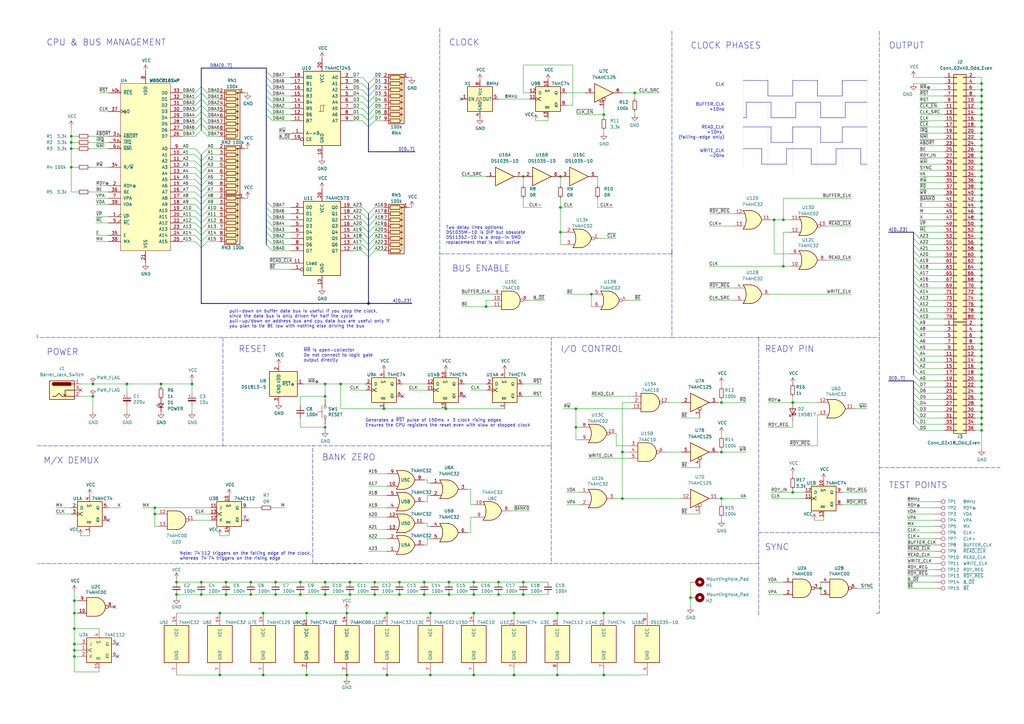
<source format=kicad_sch>
(kicad_sch (version 20211123) (generator eeschema)
  (paper "A3")
  (title_block (title "65C816 Breakout Board") (date "2022-08-31") (rev "A.27") (comment 2 "https://github.com/adrienkohlbecker/65C816/tree/main/hardware/breakout") (comment 3 "Licensed under CERN-OHL-W v2") (comment 4 "Copyright © 2022 Adrien Kohlbecker"))
  (junction (at 402.59 87.63))
  (junction (at 402.59 148.59))
  (junction (at 283.21 245.11))
  (junction (at 158.75 276.86))
  (junction (at 228.6 251.46))
  (junction (at 142.24 251.46))
  (junction (at 163.83 238.76))
  (junction (at 82.55 238.76))
  (junction (at 123.19 238.76))
  (junction (at 158.75 251.46))
  (junction (at 204.47 243.84))
  (junction (at 92.71 243.84))
  (junction (at 402.59 115.57))
  (junction (at 242.57 120.65))
  (junction (at 402.59 85.09))
  (junction (at 90.17 276.86))
  (junction (at 321.31 90.17))
  (junction (at 133.35 243.84))
  (junction (at 72.39 238.76))
  (junction (at 402.59 62.23))
  (junction (at 30.48 257.81))
  (junction (at 157.48 167.64))
  (junction (at 194.31 276.86))
  (junction (at 153.67 238.76))
  (junction (at 173.99 243.84))
  (junction (at 182.88 167.64))
  (junction (at 402.59 100.33))
  (junction (at 133.35 175.26))
  (junction (at 402.59 97.79))
  (junction (at 210.82 251.46))
  (junction (at 402.59 151.13))
  (junction (at 402.59 163.83))
  (junction (at 402.59 146.05))
  (junction (at 153.67 243.84))
  (junction (at 402.59 110.49))
  (junction (at 402.59 123.19))
  (junction (at 236.22 167.64))
  (junction (at 402.59 140.97))
  (junction (at 402.59 90.17))
  (junction (at 229.87 72.39))
  (junction (at 402.59 130.81))
  (junction (at 402.59 158.75))
  (junction (at 402.59 39.37))
  (junction (at 228.6 276.86))
  (junction (at 142.24 276.86))
  (junction (at 336.55 241.3))
  (junction (at 402.59 59.69))
  (junction (at 30.48 266.7))
  (junction (at 255.27 204.47))
  (junction (at 194.31 238.76))
  (junction (at 194.31 251.46))
  (junction (at 163.83 243.84))
  (junction (at 402.59 44.45))
  (junction (at 321.31 109.22))
  (junction (at 107.95 251.46))
  (junction (at 125.73 276.86))
  (junction (at 402.59 105.41))
  (junction (at 151.13 124.46))
  (junction (at 107.95 276.86))
  (junction (at 229.87 95.25))
  (junction (at 402.59 92.71))
  (junction (at 30.48 251.46))
  (junction (at 402.59 133.35))
  (junction (at 402.59 49.53))
  (junction (at 402.59 118.11))
  (junction (at 402.59 125.73))
  (junction (at 214.63 72.39))
  (junction (at 402.59 107.95))
  (junction (at 402.59 135.89))
  (junction (at 402.59 57.15))
  (junction (at 173.99 238.76))
  (junction (at 52.07 157.48))
  (junction (at 260.35 38.1))
  (junction (at 402.59 168.91))
  (junction (at 325.12 165.1))
  (junction (at 199.39 125.73))
  (junction (at 133.35 162.56))
  (junction (at 72.39 243.84))
  (junction (at 139.7 157.48))
  (junction (at 236.22 175.26))
  (junction (at 402.59 102.87))
  (junction (at 78.74 157.48))
  (junction (at 66.04 157.48))
  (junction (at 90.17 251.46))
  (junction (at 402.59 176.53))
  (junction (at 38.1 157.48))
  (junction (at 102.87 238.76))
  (junction (at 63.5 208.28))
  (junction (at 295.91 165.1))
  (junction (at 30.48 246.38))
  (junction (at 247.65 251.46))
  (junction (at 30.48 269.24))
  (junction (at 402.59 82.55))
  (junction (at 214.63 238.76))
  (junction (at 402.59 143.51))
  (junction (at 63.5 210.82))
  (junction (at 102.87 243.84))
  (junction (at 402.59 46.99))
  (junction (at 143.51 243.84))
  (junction (at 29.21 55.88))
  (junction (at 402.59 153.67))
  (junction (at 402.59 95.25))
  (junction (at 194.31 243.84))
  (junction (at 247.65 276.86))
  (junction (at 184.15 243.84))
  (junction (at 402.59 166.37))
  (junction (at 38.1 162.56))
  (junction (at 214.63 243.84))
  (junction (at 402.59 72.39))
  (junction (at 176.53 276.86))
  (junction (at 92.71 238.76))
  (junction (at 30.48 264.16))
  (junction (at 402.59 54.61))
  (junction (at 402.59 69.85))
  (junction (at 29.21 60.96))
  (junction (at 402.59 52.07))
  (junction (at 133.35 157.48))
  (junction (at 402.59 41.91))
  (junction (at 402.59 64.77))
  (junction (at 325.12 201.93))
  (junction (at 402.59 80.01))
  (junction (at 204.47 238.76))
  (junction (at 402.59 36.83))
  (junction (at 295.91 185.42))
  (junction (at 113.03 243.84))
  (junction (at 402.59 67.31))
  (junction (at 402.59 77.47))
  (junction (at 123.19 243.84))
  (junction (at 133.35 238.76))
  (junction (at 247.65 46.99))
  (junction (at 402.59 138.43))
  (junction (at 82.55 243.84))
  (junction (at 143.51 238.76))
  (junction (at 210.82 276.86))
  (junction (at 402.59 156.21))
  (junction (at 317.5 90.17))
  (junction (at 29.21 68.58))
  (junction (at 255.27 185.42))
  (junction (at 113.03 238.76))
  (junction (at 402.59 173.99))
  (junction (at 295.91 204.47))
  (junction (at 402.59 113.03))
  (junction (at 184.15 238.76))
  (junction (at 176.53 251.46))
  (junction (at 402.59 34.29))
  (junction (at 125.73 251.46))
  (junction (at 402.59 128.27))
  (junction (at 402.59 161.29))
  (junction (at 402.59 171.45))
  (junction (at 229.87 85.09))
  (junction (at 402.59 120.65))
  (junction (at 402.59 74.93))
  (junction (at 29.21 58.42))
  (no_connect (at 190.5 162.56))
  (no_connect (at 44.45 213.36))
  (no_connect (at 48.26 269.24))
  (no_connect (at 33.02 160.02))
  (no_connect (at 189.23 40.64))
  (no_connect (at 48.26 264.16))
  (no_connect (at 46.99 248.92))
  (no_connect (at 165.1 162.56))
  (no_connect (at 101.6 213.36))
  (bus_entry (at 374.65 151.13) (size 2.54 2.54))
  (bus_entry (at 153.67 90.17) (size -2.54 2.54))
  (bus_entry (at 82.55 43.18) (size -2.54 2.54))
  (bus_entry (at 85.09 55.88) (size -2.54 -2.54))
  (bus_entry (at 109.22 92.71) (size 2.54 2.54))
  (bus_entry (at 82.55 68.58) (size 2.54 -2.54))
  (bus_entry (at 374.65 110.49) (size 2.54 2.54))
  (bus_entry (at 82.55 86.36) (size 2.54 -2.54))
  (bus_entry (at 80.01 68.58) (size 2.54 2.54))
  (bus_entry (at 151.13 46.99) (size 2.54 -2.54))
  (bus_entry (at 82.55 66.04) (size 2.54 -2.54))
  (bus_entry (at 109.22 39.37) (size 2.54 2.54))
  (bus_entry (at 109.22 90.17) (size 2.54 2.54))
  (bus_entry (at 374.65 168.91) (size 2.54 2.54))
  (bus_entry (at 153.67 95.25) (size -2.54 2.54))
  (bus_entry (at 109.22 29.21) (size 2.54 2.54))
  (bus_entry (at 85.09 45.72) (size -2.54 -2.54))
  (bus_entry (at 148.59 85.09) (size 2.54 2.54))
  (bus_entry (at 374.65 135.89) (size 2.54 2.54))
  (bus_entry (at 80.01 91.44) (size 2.54 2.54))
  (bus_entry (at 109.22 97.79) (size 2.54 2.54))
  (bus_entry (at 109.22 100.33) (size 2.54 2.54))
  (bus_entry (at 80.01 96.52) (size 2.54 2.54))
  (bus_entry (at 374.65 97.79) (size 2.54 2.54))
  (bus_entry (at 109.22 41.91) (size 2.54 2.54))
  (bus_entry (at 82.55 71.12) (size 2.54 -2.54))
  (bus_entry (at 80.01 86.36) (size 2.54 2.54))
  (bus_entry (at 153.67 87.63) (size -2.54 2.54))
  (bus_entry (at 153.67 85.09) (size -2.54 2.54))
  (bus_entry (at 374.65 166.37) (size 2.54 2.54))
  (bus_entry (at 374.65 138.43) (size 2.54 2.54))
  (bus_entry (at 151.13 34.29) (size 2.54 -2.54))
  (bus_entry (at 374.65 105.41) (size 2.54 2.54))
  (bus_entry (at 374.65 158.75) (size 2.54 2.54))
  (bus_entry (at 374.65 95.25) (size 2.54 2.54))
  (bus_entry (at 148.59 92.71) (size 2.54 2.54))
  (bus_entry (at 374.65 130.81) (size 2.54 2.54))
  (bus_entry (at 80.01 83.82) (size 2.54 2.54))
  (bus_entry (at 82.55 50.8) (size -2.54 2.54))
  (bus_entry (at 151.13 39.37) (size -2.54 -2.54))
  (bus_entry (at 80.01 73.66) (size 2.54 2.54))
  (bus_entry (at 85.09 43.18) (size -2.54 -2.54))
  (bus_entry (at 82.55 83.82) (size 2.54 -2.54))
  (bus_entry (at 85.09 48.26) (size -2.54 -2.54))
  (bus_entry (at 82.55 76.2) (size 2.54 -2.54))
  (bus_entry (at 151.13 49.53) (size -2.54 -2.54))
  (bus_entry (at 153.67 102.87) (size -2.54 2.54))
  (bus_entry (at 82.55 91.44) (size 2.54 -2.54))
  (bus_entry (at 82.55 93.98) (size 2.54 -2.54))
  (bus_entry (at 82.55 35.56) (size -2.54 2.54))
  (bus_entry (at 148.59 97.79) (size 2.54 2.54))
  (bus_entry (at 374.65 163.83) (size 2.54 2.54))
  (bus_entry (at 374.65 143.51) (size 2.54 2.54))
  (bus_entry (at 80.01 76.2) (size 2.54 2.54))
  (bus_entry (at 151.13 44.45) (size 2.54 -2.54))
  (bus_entry (at 151.13 49.53) (size 2.54 -2.54))
  (bus_entry (at 374.65 123.19) (size 2.54 2.54))
  (bus_entry (at 80.01 81.28) (size 2.54 2.54))
  (bus_entry (at 374.65 153.67) (size 2.54 2.54))
  (bus_entry (at 151.13 34.29) (size -2.54 -2.54))
  (bus_entry (at 151.13 41.91) (size 2.54 -2.54))
  (bus_entry (at 374.65 133.35) (size 2.54 2.54))
  (bus_entry (at 82.55 101.6) (size 2.54 -2.54))
  (bus_entry (at 82.55 96.52) (size 2.54 -2.54))
  (bus_entry (at 82.55 38.1) (size -2.54 2.54))
  (bus_entry (at 85.09 40.64) (size -2.54 -2.54))
  (bus_entry (at 151.13 36.83) (size 2.54 -2.54))
  (bus_entry (at 109.22 34.29) (size 2.54 2.54))
  (bus_entry (at 374.65 148.59) (size 2.54 2.54))
  (bus_entry (at 374.65 161.29) (size 2.54 2.54))
  (bus_entry (at 109.22 31.75) (size 2.54 2.54))
  (bus_entry (at 374.65 128.27) (size 2.54 2.54))
  (bus_entry (at 82.55 53.34) (size -2.54 2.54))
  (bus_entry (at 151.13 52.07) (size -2.54 -2.54))
  (bus_entry (at 109.22 85.09) (size 2.54 2.54))
  (bus_entry (at 109.22 87.63) (size 2.54 2.54))
  (bus_entry (at 80.01 66.04) (size 2.54 2.54))
  (bus_entry (at 374.65 100.33) (size 2.54 2.54))
  (bus_entry (at 85.09 38.1) (size -2.54 -2.54))
  (bus_entry (at 85.09 50.8) (size -2.54 -2.54))
  (bus_entry (at 109.22 44.45) (size 2.54 2.54))
  (bus_entry (at 374.65 115.57) (size 2.54 2.54))
  (bus_entry (at 374.65 173.99) (size 2.54 2.54))
  (bus_entry (at 82.55 45.72) (size -2.54 2.54))
  (bus_entry (at 80.01 88.9) (size 2.54 2.54))
  (bus_entry (at 374.65 120.65) (size 2.54 2.54))
  (bus_entry (at 85.09 53.34) (size -2.54 -2.54))
  (bus_entry (at 148.59 90.17) (size 2.54 2.54))
  (bus_entry (at 80.01 60.96) (size 2.54 2.54))
  (bus_entry (at 374.65 156.21) (size 2.54 2.54))
  (bus_entry (at 80.01 78.74) (size 2.54 2.54))
  (bus_entry (at 374.65 107.95) (size 2.54 2.54))
  (bus_entry (at 153.67 97.79) (size -2.54 2.54))
  (bus_entry (at 82.55 73.66) (size 2.54 -2.54))
  (bus_entry (at 80.01 71.12) (size 2.54 2.54))
  (bus_entry (at 109.22 36.83) (size 2.54 2.54))
  (bus_entry (at 151.13 46.99) (size -2.54 -2.54))
  (bus_entry (at 148.59 95.25) (size 2.54 2.54))
  (bus_entry (at 151.13 52.07) (size 2.54 -2.54))
  (bus_entry (at 148.59 87.63) (size 2.54 2.54))
  (bus_entry (at 148.59 100.33) (size 2.54 2.54))
  (bus_entry (at 151.13 39.37) (size 2.54 -2.54))
  (bus_entry (at 82.55 78.74) (size 2.54 -2.54))
  (bus_entry (at 153.67 92.71) (size -2.54 2.54))
  (bus_entry (at 109.22 46.99) (size 2.54 2.54))
  (bus_entry (at 80.01 99.06) (size 2.54 2.54))
  (bus_entry (at 374.65 102.87) (size 2.54 2.54))
  (bus_entry (at 148.59 102.87) (size 2.54 2.54))
  (bus_entry (at 374.65 146.05) (size 2.54 2.54))
  (bus_entry (at 153.67 100.33) (size -2.54 2.54))
  (bus_entry (at 82.55 63.5) (size 2.54 -2.54))
  (bus_entry (at 374.65 140.97) (size 2.54 2.54))
  (bus_entry (at 82.55 81.28) (size 2.54 -2.54))
  (bus_entry (at 109.22 95.25) (size 2.54 2.54))
  (bus_entry (at 82.55 88.9) (size 2.54 -2.54))
  (bus_entry (at 151.13 36.83) (size -2.54 -2.54))
  (bus_entry (at 151.13 44.45) (size -2.54 -2.54))
  (bus_entry (at 374.65 118.11) (size 2.54 2.54))
  (bus_entry (at 374.65 113.03) (size 2.54 2.54))
  (bus_entry (at 82.55 48.26) (size -2.54 2.54))
  (bus_entry (at 151.13 41.91) (size -2.54 -2.54))
  (bus_entry (at 82.55 99.06) (size 2.54 -2.54))
  (bus_entry (at 109.22 82.55) (size 2.54 2.54))
  (bus_entry (at 80.01 63.5) (size 2.54 2.54))
  (bus_entry (at 80.01 93.98) (size 2.54 2.54))
  (bus_entry (at 374.65 125.73) (size 2.54 2.54))
  (bus_entry (at 82.55 40.64) (size -2.54 2.54))
  (bus_entry (at 374.65 171.45) (size 2.54 2.54))
  (wire (pts (xy 402.59 158.75) (xy 402.59 161.29)))
  (wire (pts (xy 402.59 123.19) (xy 400.05 123.19)))
  (wire (pts (xy 80.01 60.96) (xy 74.93 60.96)))
  (wire (pts (xy 29.21 60.96) (xy 31.75 60.96)))
  (polyline (pts (xy 345.44 39.37) (xy 345.44 33.02)) (stroke (width 0) (type solid)))
  (wire (pts (xy 113.03 243.84) (xy 123.19 243.84)))
  (wire (pts (xy 30.48 266.7) (xy 33.02 266.7)))
  (wire (pts (xy 290.83 118.11) (xy 300.99 118.11)))
  (wire (pts (xy 402.59 62.23) (xy 400.05 62.23)))
  (wire (pts (xy 402.59 100.33) (xy 400.05 100.33)))
  (polyline (pts (xy 345.44 33.02) (xy 355.6 33.02)) (stroke (width 0) (type solid)))
  (wire (pts (xy 144.78 39.37) (xy 148.59 39.37)))
  (wire (pts (xy 74.93 78.74) (xy 80.01 78.74)))
  (wire (pts (xy 402.59 102.87) (xy 402.59 105.41)))
  (polyline (pts (xy 312.42 60.96) (xy 312.42 67.31)) (stroke (width 0) (type solid)))
  (wire (pts (xy 372.11 215.9) (xy 383.54 215.9)))
  (wire (pts (xy 119.38 90.17) (xy 111.76 90.17)))
  (wire (pts (xy 144.78 49.53) (xy 148.59 49.53)))
  (wire (pts (xy 402.59 156.21) (xy 402.59 158.75)))
  (wire (pts (xy 110.49 110.49) (xy 119.38 110.49)))
  (wire (pts (xy 90.17 60.96) (xy 85.09 60.96)))
  (wire (pts (xy 52.07 161.29) (xy 52.07 157.48)))
  (bus (pts (xy 374.65 107.95) (xy 374.65 105.41)))
  (bus (pts (xy 82.55 86.36) (xy 82.55 88.9)))
  (wire (pts (xy 194.31 251.46) (xy 210.82 251.46)))
  (wire (pts (xy 199.39 125.73) (xy 201.93 125.73)))
  (wire (pts (xy 72.39 243.84) (xy 82.55 243.84)))
  (bus (pts (xy 109.22 39.37) (xy 109.22 41.91)))
  (wire (pts (xy 39.37 96.52) (xy 44.45 96.52)))
  (wire (pts (xy 377.19 135.89) (xy 387.35 135.89)))
  (wire (pts (xy 372.11 231.14) (xy 383.54 231.14)))
  (wire (pts (xy 402.59 52.07) (xy 402.59 54.61)))
  (wire (pts (xy 92.71 238.76) (xy 102.87 238.76)))
  (wire (pts (xy 133.35 157.48) (xy 139.7 157.48)))
  (bus (pts (xy 374.65 153.67) (xy 374.65 151.13)))
  (wire (pts (xy 111.76 208.28) (xy 116.84 208.28)))
  (wire (pts (xy 125.73 251.46) (xy 125.73 254)))
  (wire (pts (xy 214.63 238.76) (xy 224.79 238.76)))
  (wire (pts (xy 234.95 43.18) (xy 234.95 26.67)))
  (bus (pts (xy 151.13 100.33) (xy 151.13 102.87)))
  (bus (pts (xy 109.22 90.17) (xy 109.22 92.71)))
  (wire (pts (xy 63.5 210.82) (xy 64.77 210.82)))
  (wire (pts (xy 314.96 243.84) (xy 321.31 243.84)))
  (wire (pts (xy 325.12 194.31) (xy 325.12 195.58)))
  (wire (pts (xy 148.59 100.33) (xy 144.78 100.33)))
  (wire (pts (xy 175.26 214.63) (xy 175.26 215.9)))
  (bus (pts (xy 109.22 97.79) (xy 109.22 100.33)))
  (wire (pts (xy 191.77 218.44) (xy 193.04 218.44)))
  (wire (pts (xy 229.87 81.28) (xy 229.87 85.09)))
  (wire (pts (xy 377.19 46.99) (xy 387.35 46.99)))
  (polyline (pts (xy 332.74 67.31) (xy 342.9 67.31)) (stroke (width 0) (type solid)))
  (wire (pts (xy 163.83 243.84) (xy 173.99 243.84)))
  (wire (pts (xy 257.81 123.19) (xy 262.89 123.19)))
  (wire (pts (xy 402.59 173.99) (xy 402.59 176.53)))
  (wire (pts (xy 80.01 43.18) (xy 74.93 43.18)))
  (polyline (pts (xy 304.8 33.02) (xy 314.96 33.02)) (stroke (width 0) (type solid)))
  (wire (pts (xy 255.27 185.42) (xy 255.27 204.47)))
  (bus (pts (xy 151.13 92.71) (xy 151.13 95.25)))
  (wire (pts (xy 377.19 82.55) (xy 387.35 82.55)))
  (wire (pts (xy 245.11 85.09) (xy 251.46 85.09)))
  (wire (pts (xy 80.01 66.04) (xy 74.93 66.04)))
  (wire (pts (xy 336.55 241.3) (xy 336.55 238.76)))
  (wire (pts (xy 173.99 214.63) (xy 175.26 214.63)))
  (wire (pts (xy 260.35 38.1) (xy 260.35 40.64)))
  (bus (pts (xy 82.55 83.82) (xy 82.55 86.36)))
  (wire (pts (xy 402.59 34.29) (xy 402.59 36.83)))
  (wire (pts (xy 90.17 81.28) (xy 85.09 81.28)))
  (polyline (pts (xy 353.06 67.31) (xy 355.6 67.31)) (stroke (width 0) (type solid)))
  (polyline (pts (xy 275.59 12.7) (xy 275.59 138.43)))
  (wire (pts (xy 29.21 68.58) (xy 29.21 78.74)))
  (bus (pts (xy 82.55 27.94) (xy 109.22 27.94)))
  (wire (pts (xy 193.04 200.66) (xy 193.04 207.01)))
  (wire (pts (xy 175.26 203.2) (xy 176.53 203.2)))
  (wire (pts (xy 402.59 138.43) (xy 400.05 138.43)))
  (wire (pts (xy 30.48 269.24) (xy 30.48 275.59)))
  (wire (pts (xy 377.19 52.07) (xy 387.35 52.07)))
  (wire (pts (xy 36.83 219.71) (xy 33.02 219.71)))
  (wire (pts (xy 402.59 100.33) (xy 402.59 102.87)))
  (wire (pts (xy 74.93 50.8) (xy 80.01 50.8)))
  (wire (pts (xy 232.41 120.65) (xy 242.57 120.65)))
  (wire (pts (xy 153.67 238.76) (xy 163.83 238.76)))
  (wire (pts (xy 377.19 168.91) (xy 387.35 168.91)))
  (bus (pts (xy 374.65 151.13) (xy 374.65 148.59)))
  (wire (pts (xy 294.64 165.1) (xy 295.91 165.1)))
  (wire (pts (xy 29.21 52.07) (xy 29.21 55.88)))
  (polyline (pts (xy 325.12 52.07) (xy 336.55 52.07)) (stroke (width 0) (type solid)))
  (wire (pts (xy 402.59 128.27) (xy 400.05 128.27)))
  (wire (pts (xy 90.17 71.12) (xy 85.09 71.12)))
  (wire (pts (xy 30.48 251.46) (xy 31.75 251.46)))
  (bus (pts (xy 82.55 68.58) (xy 82.55 71.12)))
  (wire (pts (xy 29.21 78.74) (xy 31.75 78.74)))
  (polyline (pts (xy 359.41 251.46) (xy 360.68 251.46)))
  (wire (pts (xy 377.19 110.49) (xy 387.35 110.49)))
  (wire (pts (xy 402.59 118.11) (xy 402.59 120.65)))
  (wire (pts (xy 402.59 87.63) (xy 400.05 87.63)))
  (wire (pts (xy 274.32 165.1) (xy 279.4 165.1)))
  (wire (pts (xy 29.21 55.88) (xy 31.75 55.88)))
  (wire (pts (xy 402.59 168.91) (xy 400.05 168.91)))
  (wire (pts (xy 214.63 38.1) (xy 217.17 38.1)))
  (wire (pts (xy 316.23 120.65) (xy 349.25 120.65)))
  (wire (pts (xy 142.24 251.46) (xy 142.24 250.19)))
  (wire (pts (xy 30.48 246.38) (xy 31.75 246.38)))
  (bus (pts (xy 151.13 90.17) (xy 151.13 92.71)))
  (wire (pts (xy 402.59 54.61) (xy 402.59 57.15)))
  (wire (pts (xy 39.37 81.28) (xy 44.45 81.28)))
  (wire (pts (xy 123.19 162.56) (xy 133.35 162.56)))
  (polyline (pts (xy 314.96 33.02) (xy 314.96 39.37)) (stroke (width 0) (type solid)))
  (wire (pts (xy 402.59 97.79) (xy 402.59 100.33)))
  (wire (pts (xy 90.17 86.36) (xy 85.09 86.36)))
  (wire (pts (xy 402.59 69.85) (xy 402.59 72.39)))
  (wire (pts (xy 377.19 72.39) (xy 387.35 72.39)))
  (wire (pts (xy 255.27 185.42) (xy 257.81 185.42)))
  (wire (pts (xy 325.12 200.66) (xy 325.12 201.93)))
  (wire (pts (xy 377.19 67.31) (xy 387.35 67.31)))
  (wire (pts (xy 90.17 66.04) (xy 85.09 66.04)))
  (wire (pts (xy 29.21 58.42) (xy 29.21 60.96)))
  (wire (pts (xy 157.48 46.99) (xy 153.67 46.99)))
  (bus (pts (xy 374.65 148.59) (xy 374.65 146.05)))
  (wire (pts (xy 151.13 220.98) (xy 158.75 220.98)))
  (wire (pts (xy 242.57 162.56) (xy 259.08 162.56)))
  (polyline (pts (xy 311.15 218.44) (xy 360.68 218.44)))
  (wire (pts (xy 279.4 210.82) (xy 287.02 210.82)))
  (wire (pts (xy 402.59 113.03) (xy 402.59 115.57)))
  (wire (pts (xy 139.7 167.64) (xy 157.48 167.64)))
  (wire (pts (xy 80.01 38.1) (xy 74.93 38.1)))
  (bus (pts (xy 109.22 82.55) (xy 109.22 85.09)))
  (wire (pts (xy 148.59 31.75) (xy 144.78 31.75)))
  (wire (pts (xy 228.6 251.46) (xy 228.6 254)))
  (bus (pts (xy 109.22 31.75) (xy 109.22 34.29)))
  (wire (pts (xy 224.79 49.53) (xy 224.79 48.26)))
  (wire (pts (xy 93.98 219.71) (xy 90.17 219.71)))
  (wire (pts (xy 314.96 238.76) (xy 321.31 238.76)))
  (wire (pts (xy 214.63 72.39) (xy 214.63 76.2)))
  (wire (pts (xy 377.19 69.85) (xy 387.35 69.85)))
  (wire (pts (xy 229.87 95.25) (xy 229.87 100.33)))
  (wire (pts (xy 402.59 140.97) (xy 402.59 143.51)))
  (bus (pts (xy 151.13 105.41) (xy 151.13 124.46)))
  (wire (pts (xy 402.59 59.69) (xy 400.05 59.69)))
  (wire (pts (xy 377.19 54.61) (xy 387.35 54.61)))
  (polyline (pts (xy 314.96 30.48) (xy 314.96 69.85)) (stroke (width 0) (type dot) (color 132 132 132 1)))
  (polyline (pts (xy 326.39 48.26) (xy 326.39 41.91)) (stroke (width 0) (type solid)))
  (wire (pts (xy 229.87 100.33) (xy 231.14 100.33)))
  (wire (pts (xy 402.59 110.49) (xy 402.59 113.03)))
  (polyline (pts (xy 180.34 11.43) (xy 180.34 138.43)))
  (polyline (pts (xy 226.06 182.88) (xy 226.06 138.43)))
  (polyline (pts (xy 91.44 138.43) (xy 91.44 182.88)))
  (polyline (pts (xy 15.24 137.16) (xy 15.24 138.43)))
  (wire (pts (xy 402.59 44.45) (xy 402.59 46.99)))
  (wire (pts (xy 111.76 92.71) (xy 119.38 92.71)))
  (wire (pts (xy 148.59 46.99) (xy 144.78 46.99)))
  (wire (pts (xy 63.5 210.82) (xy 63.5 215.9)))
  (wire (pts (xy 194.31 238.76) (xy 204.47 238.76)))
  (wire (pts (xy 148.59 90.17) (xy 144.78 90.17)))
  (bus (pts (xy 364.49 156.21) (xy 374.65 156.21)))
  (bus (pts (xy 374.65 130.81) (xy 374.65 128.27)))
  (bus (pts (xy 109.22 46.99) (xy 109.22 82.55)))
  (wire (pts (xy 402.59 168.91) (xy 402.59 171.45)))
  (wire (pts (xy 345.44 207.01) (xy 355.6 207.01)))
  (wire (pts (xy 402.59 85.09) (xy 400.05 85.09)))
  (polyline (pts (xy 346.71 41.91) (xy 355.6 41.91)) (stroke (width 0) (type solid)))
  (wire (pts (xy 374.65 31.75) (xy 387.35 31.75)))
  (wire (pts (xy 295.91 157.48) (xy 295.91 158.75)))
  (polyline (pts (xy 325.12 58.42) (xy 325.12 52.07)) (stroke (width 0) (type solid)))
  (polyline (pts (xy 128.27 231.14) (xy 128.27 182.88)))
  (wire (pts (xy 80.01 91.44) (xy 74.93 91.44)))
  (wire (pts (xy 139.7 157.48) (xy 139.7 167.64)))
  (wire (pts (xy 229.87 72.39) (xy 229.87 76.2)))
  (wire (pts (xy 255.27 204.47) (xy 279.4 204.47)))
  (wire (pts (xy 167.64 31.75) (xy 168.91 31.75)))
  (bus (pts (xy 109.22 87.63) (xy 109.22 90.17)))
  (wire (pts (xy 228.6 251.46) (xy 210.82 251.46)))
  (wire (pts (xy 85.09 88.9) (xy 90.17 88.9)))
  (wire (pts (xy 142.24 278.13) (xy 142.24 276.86)))
  (wire (pts (xy 193.04 160.02) (xy 199.39 160.02)))
  (wire (pts (xy 402.59 163.83) (xy 402.59 166.37)))
  (bus (pts (xy 82.55 124.46) (xy 151.13 124.46)))
  (wire (pts (xy 175.26 223.52) (xy 175.26 220.98)))
  (wire (pts (xy 85.09 43.18) (xy 90.17 43.18)))
  (polyline (pts (xy 275.59 138.43) (xy 360.68 138.43)))
  (wire (pts (xy 191.77 200.66) (xy 193.04 200.66)))
  (wire (pts (xy 247.65 46.99) (xy 247.65 48.26)))
  (bus (pts (xy 374.65 138.43) (xy 374.65 135.89)))
  (wire (pts (xy 290.83 87.63) (xy 300.99 87.63)))
  (wire (pts (xy 123.19 175.26) (xy 133.35 175.26)))
  (wire (pts (xy 133.35 238.76) (xy 143.51 238.76)))
  (polyline (pts (xy 316.23 41.91) (xy 316.23 48.26)) (stroke (width 0) (type solid)))
  (polyline (pts (xy 304.8 52.07) (xy 316.23 52.07)) (stroke (width 0) (type solid)))
  (wire (pts (xy 80.01 81.28) (xy 74.93 81.28)))
  (wire (pts (xy 402.59 67.31) (xy 402.59 69.85)))
  (bus (pts (xy 151.13 44.45) (xy 151.13 41.91)))
  (wire (pts (xy 182.88 167.64) (xy 207.01 167.64)))
  (wire (pts (xy 85.09 68.58) (xy 90.17 68.58)))
  (polyline (pts (xy 322.58 60.96) (xy 332.74 60.96)) (stroke (width 0) (type solid)))
  (wire (pts (xy 377.19 85.09) (xy 387.35 85.09)))
  (bus (pts (xy 82.55 63.5) (xy 82.55 66.04)))
  (bus (pts (xy 374.65 146.05) (xy 374.65 143.51)))
  (bus (pts (xy 374.65 135.89) (xy 374.65 133.35)))
  (wire (pts (xy 63.5 215.9) (xy 64.77 215.9)))
  (wire (pts (xy 402.59 87.63) (xy 402.59 90.17)))
  (wire (pts (xy 66.04 157.48) (xy 78.74 157.48)))
  (wire (pts (xy 153.67 44.45) (xy 157.48 44.45)))
  (wire (pts (xy 204.47 243.84) (xy 214.63 243.84)))
  (wire (pts (xy 377.19 49.53) (xy 387.35 49.53)))
  (bus (pts (xy 82.55 35.56) (xy 82.55 38.1)))
  (polyline (pts (xy 306.07 48.26) (xy 306.07 41.91)) (stroke (width 0) (type solid)))
  (wire (pts (xy 377.19 113.03) (xy 387.35 113.03)))
  (wire (pts (xy 85.09 93.98) (xy 90.17 93.98)))
  (wire (pts (xy 173.99 243.84) (xy 184.15 243.84)))
  (wire (pts (xy 402.59 46.99) (xy 400.05 46.99)))
  (wire (pts (xy 377.19 148.59) (xy 387.35 148.59)))
  (wire (pts (xy 402.59 176.53) (xy 400.05 176.53)))
  (wire (pts (xy 377.19 128.27) (xy 387.35 128.27)))
  (wire (pts (xy 123.19 162.56) (xy 123.19 166.37)))
  (wire (pts (xy 229.87 85.09) (xy 229.87 95.25)))
  (wire (pts (xy 194.31 243.84) (xy 204.47 243.84)))
  (bus (pts (xy 151.13 39.37) (xy 151.13 41.91)))
  (wire (pts (xy 157.48 95.25) (xy 153.67 95.25)))
  (wire (pts (xy 36.83 78.74) (xy 44.45 78.74)))
  (wire (pts (xy 85.09 73.66) (xy 90.17 73.66)))
  (wire (pts (xy 30.48 257.81) (xy 30.48 264.16)))
  (wire (pts (xy 173.99 238.76) (xy 184.15 238.76)))
  (wire (pts (xy 85.09 50.8) (xy 90.17 50.8)))
  (wire (pts (xy 189.23 125.73) (xy 199.39 125.73)))
  (wire (pts (xy 377.19 36.83) (xy 387.35 36.83)))
  (wire (pts (xy 377.19 102.87) (xy 387.35 102.87)))
  (wire (pts (xy 377.19 163.83) (xy 387.35 163.83)))
  (bus (pts (xy 374.65 118.11) (xy 374.65 115.57)))
  (wire (pts (xy 314.96 165.1) (xy 325.12 165.1)))
  (wire (pts (xy 377.19 41.91) (xy 387.35 41.91)))
  (wire (pts (xy 44.45 38.1) (xy 40.64 38.1)))
  (bus (pts (xy 151.13 46.99) (xy 151.13 44.45)))
  (wire (pts (xy 210.82 274.32) (xy 210.82 276.86)))
  (wire (pts (xy 402.59 46.99) (xy 402.59 49.53)))
  (wire (pts (xy 209.55 209.55) (xy 217.17 209.55)))
  (wire (pts (xy 402.59 57.15) (xy 400.05 57.15)))
  (wire (pts (xy 228.6 274.32) (xy 228.6 276.86)))
  (wire (pts (xy 377.19 115.57) (xy 387.35 115.57)))
  (wire (pts (xy 165.1 157.48) (xy 175.26 157.48)))
  (polyline (pts (xy 342.9 67.31) (xy 342.9 60.96)) (stroke (width 0) (type solid)))
  (wire (pts (xy 151.13 194.31) (xy 158.75 194.31)))
  (wire (pts (xy 30.48 264.16) (xy 30.48 266.7)))
  (wire (pts (xy 377.19 156.21) (xy 387.35 156.21)))
  (wire (pts (xy 321.31 109.22) (xy 323.85 109.22)))
  (wire (pts (xy 72.39 251.46) (xy 90.17 251.46)))
  (wire (pts (xy 402.59 146.05) (xy 402.59 148.59)))
  (wire (pts (xy 377.19 87.63) (xy 387.35 87.63)))
  (wire (pts (xy 402.59 41.91) (xy 400.05 41.91)))
  (bus (pts (xy 109.22 95.25) (xy 109.22 97.79)))
  (wire (pts (xy 377.19 90.17) (xy 387.35 90.17)))
  (polyline (pts (xy 304.8 48.26) (xy 306.07 48.26)) (stroke (width 0) (type solid)))
  (polyline (pts (xy 148.59 231.14) (xy 128.27 231.14)))
  (wire (pts (xy 402.59 34.29) (xy 400.05 34.29)))
  (wire (pts (xy 316.23 201.93) (xy 325.12 201.93)))
  (wire (pts (xy 295.91 212.09) (xy 295.91 213.36)))
  (wire (pts (xy 39.37 91.44) (xy 44.45 91.44)))
  (wire (pts (xy 402.59 102.87) (xy 400.05 102.87)))
  (wire (pts (xy 30.48 246.38) (xy 30.48 251.46)))
  (wire (pts (xy 157.48 100.33) (xy 153.67 100.33)))
  (wire (pts (xy 377.19 62.23) (xy 387.35 62.23)))
  (wire (pts (xy 157.48 90.17) (xy 153.67 90.17)))
  (wire (pts (xy 175.26 205.74) (xy 175.26 203.2)))
  (wire (pts (xy 190.5 157.48) (xy 199.39 157.48)))
  (wire (pts (xy 402.59 161.29) (xy 402.59 163.83)))
  (wire (pts (xy 377.19 59.69) (xy 387.35 59.69)))
  (wire (pts (xy 36.83 58.42) (xy 44.45 58.42)))
  (bus (pts (xy 151.13 52.07) (xy 151.13 49.53)))
  (wire (pts (xy 255.27 165.1) (xy 255.27 185.42)))
  (wire (pts (xy 402.59 85.09) (xy 402.59 87.63)))
  (wire (pts (xy 377.19 92.71) (xy 387.35 92.71)))
  (wire (pts (xy 38.1 162.56) (xy 38.1 168.91)))
  (polyline (pts (xy 335.28 33.02) (xy 335.28 39.37)) (stroke (width 0) (type solid)))
  (bus (pts (xy 109.22 41.91) (xy 109.22 44.45)))
  (wire (pts (xy 30.48 264.16) (xy 33.02 264.16)))
  (polyline (pts (xy 91.44 182.88) (xy 226.06 182.88)))
  (wire (pts (xy 74.93 63.5) (xy 80.01 63.5)))
  (wire (pts (xy 402.59 115.57) (xy 400.05 115.57)))
  (wire (pts (xy 189.23 72.39) (xy 199.39 72.39)))
  (polyline (pts (xy 345.44 58.42) (xy 345.44 52.07)) (stroke (width 0) (type solid)))
  (wire (pts (xy 402.59 110.49) (xy 400.05 110.49)))
  (wire (pts (xy 119.38 41.91) (xy 111.76 41.91)))
  (wire (pts (xy 402.59 107.95) (xy 402.59 110.49)))
  (wire (pts (xy 321.31 90.17) (xy 317.5 90.17)))
  (wire (pts (xy 402.59 151.13) (xy 400.05 151.13)))
  (wire (pts (xy 44.45 208.28) (xy 49.53 208.28)))
  (wire (pts (xy 74.93 93.98) (xy 80.01 93.98)))
  (wire (pts (xy 402.59 130.81) (xy 400.05 130.81)))
  (wire (pts (xy 402.59 176.53) (xy 402.59 184.15)))
  (wire (pts (xy 372.11 236.22) (xy 383.54 236.22)))
  (wire (pts (xy 114.3 57.15) (xy 119.38 57.15)))
  (bus (pts (xy 374.65 171.45) (xy 374.65 173.99)))
  (bus (pts (xy 82.55 73.66) (xy 82.55 76.2)))
  (wire (pts (xy 402.59 64.77) (xy 402.59 67.31)))
  (wire (pts (xy 148.59 36.83) (xy 144.78 36.83)))
  (wire (pts (xy 92.71 243.84) (xy 102.87 243.84)))
  (polyline (pts (xy 311.15 231.14) (xy 15.24 231.14)))
  (wire (pts (xy 85.09 45.72) (xy 90.17 45.72)))
  (bus (pts (xy 82.55 81.28) (xy 82.55 83.82)))
  (wire (pts (xy 111.76 87.63) (xy 119.38 87.63)))
  (bus (pts (xy 109.22 36.83) (xy 109.22 39.37)))
  (wire (pts (xy 175.26 196.85) (xy 175.26 198.12)))
  (wire (pts (xy 229.87 95.25) (xy 231.14 95.25)))
  (wire (pts (xy 290.83 92.71) (xy 300.99 92.71)))
  (wire (pts (xy 294.64 204.47) (xy 295.91 204.47)))
  (bus (pts (xy 82.55 38.1) (xy 82.55 40.64)))
  (wire (pts (xy 377.19 74.93) (xy 387.35 74.93)))
  (wire (pts (xy 236.22 167.64) (xy 259.08 167.64)))
  (wire (pts (xy 402.59 82.55) (xy 402.59 85.09)))
  (wire (pts (xy 210.82 276.86) (xy 228.6 276.86)))
  (wire (pts (xy 144.78 102.87) (xy 148.59 102.87)))
  (wire (pts (xy 402.59 107.95) (xy 400.05 107.95)))
  (wire (pts (xy 339.09 92.71) (xy 349.25 92.71)))
  (wire (pts (xy 36.83 60.96) (xy 44.45 60.96)))
  (wire (pts (xy 148.59 95.25) (xy 144.78 95.25)))
  (bus (pts (xy 82.55 88.9) (xy 82.55 91.44)))
  (wire (pts (xy 402.59 80.01) (xy 402.59 82.55)))
  (wire (pts (xy 255.27 165.1) (xy 259.08 165.1)))
  (bus (pts (xy 374.65 158.75) (xy 374.65 161.29)))
  (wire (pts (xy 252.73 204.47) (xy 255.27 204.47)))
  (wire (pts (xy 30.48 257.81) (xy 40.64 257.81)))
  (wire (pts (xy 74.93 99.06) (xy 80.01 99.06)))
  (wire (pts (xy 345.44 201.93) (xy 355.6 201.93)))
  (bus (pts (xy 151.13 49.53) (xy 151.13 46.99)))
  (wire (pts (xy 377.19 125.73) (xy 387.35 125.73)))
  (wire (pts (xy 252.73 177.8) (xy 252.73 182.88)))
  (wire (pts (xy 402.59 166.37) (xy 402.59 168.91)))
  (bus (pts (xy 374.65 110.49) (xy 374.65 107.95)))
  (wire (pts (xy 337.82 213.36) (xy 334.01 213.36)))
  (wire (pts (xy 377.19 161.29) (xy 387.35 161.29)))
  (bus (pts (xy 109.22 92.71) (xy 109.22 95.25)))
  (wire (pts (xy 153.67 87.63) (xy 157.48 87.63)))
  (polyline (pts (xy 15.24 182.88) (xy 91.44 182.88)))
  (wire (pts (xy 247.65 53.34) (xy 247.65 54.61)))
  (wire (pts (xy 119.38 95.25) (xy 111.76 95.25)))
  (wire (pts (xy 232.41 201.93) (xy 237.49 201.93)))
  (wire (pts (xy 167.64 160.02) (xy 175.26 160.02)))
  (polyline (pts (xy 336.55 58.42) (xy 345.44 58.42)) (stroke (width 0) (type solid)))
  (wire (pts (xy 85.09 55.88) (xy 90.17 55.88)))
  (wire (pts (xy 402.59 69.85) (xy 400.05 69.85)))
  (wire (pts (xy 402.59 135.89) (xy 400.05 135.89)))
  (wire (pts (xy 247.65 274.32) (xy 247.65 276.86)))
  (wire (pts (xy 402.59 105.41) (xy 400.05 105.41)))
  (wire (pts (xy 74.93 40.64) (xy 80.01 40.64)))
  (bus (pts (xy 374.65 166.37) (xy 374.65 168.91)))
  (wire (pts (xy 377.19 97.79) (xy 387.35 97.79)))
  (bus (pts (xy 151.13 39.37) (xy 151.13 36.83)))
  (wire (pts (xy 144.78 97.79) (xy 148.59 97.79)))
  (wire (pts (xy 402.59 80.01) (xy 400.05 80.01)))
  (wire (pts (xy 80.01 48.26) (xy 74.93 48.26)))
  (wire (pts (xy 402.59 39.37) (xy 400.05 39.37)))
  (wire (pts (xy 377.19 130.81) (xy 387.35 130.81)))
  (wire (pts (xy 36.83 55.88) (xy 44.45 55.88)))
  (wire (pts (xy 74.93 68.58) (xy 80.01 68.58)))
  (wire (pts (xy 228.6 276.86) (xy 247.65 276.86)))
  (bus (pts (xy 109.22 29.21) (xy 109.22 31.75)))
  (polyline (pts (xy 325.12 30.48) (xy 325.12 69.85)) (stroke (width 0) (type dot) (color 132 132 132 1)))
  (wire (pts (xy 402.59 90.17) (xy 402.59 92.71)))
  (wire (pts (xy 295.91 165.1) (xy 306.07 165.1)))
  (wire (pts (xy 63.5 208.28) (xy 63.5 210.82)))
  (wire (pts (xy 148.59 85.09) (xy 144.78 85.09)))
  (wire (pts (xy 123.19 238.76) (xy 133.35 238.76)))
  (polyline (pts (xy 304.8 30.48) (xy 304.8 69.85)) (stroke (width 0) (type dot) (color 132 132 132 1)))
  (wire (pts (xy 247.65 44.45) (xy 247.65 46.99)))
  (polyline (pts (xy 312.42 67.31) (xy 322.58 67.31)) (stroke (width 0) (type solid)))
  (polyline (pts (xy 304.8 60.96) (xy 312.42 60.96)) (stroke (width 0) (type solid)))
  (wire (pts (xy 321.31 81.28) (xy 321.31 90.17)))
  (bus (pts (xy 374.65 128.27) (xy 374.65 125.73)))
  (wire (pts (xy 85.09 99.06) (xy 90.17 99.06)))
  (wire (pts (xy 217.17 123.19) (xy 223.52 123.19)))
  (wire (pts (xy 402.59 105.41) (xy 402.59 107.95)))
  (wire (pts (xy 316.23 90.17) (xy 317.5 90.17)))
  (wire (pts (xy 125.73 274.32) (xy 125.73 276.86)))
  (wire (pts (xy 80.01 86.36) (xy 74.93 86.36)))
  (wire (pts (xy 90.17 251.46) (xy 107.95 251.46)))
  (wire (pts (xy 90.17 76.2) (xy 85.09 76.2)))
  (wire (pts (xy 175.26 198.12) (xy 176.53 198.12)))
  (wire (pts (xy 402.59 72.39) (xy 402.59 74.93)))
  (wire (pts (xy 107.95 276.86) (xy 125.73 276.86)))
  (wire (pts (xy 175.26 220.98) (xy 176.53 220.98)))
  (wire (pts (xy 402.59 118.11) (xy 400.05 118.11)))
  (wire (pts (xy 402.59 39.37) (xy 402.59 41.91)))
  (wire (pts (xy 30.48 251.46) (xy 30.48 257.81)))
  (wire (pts (xy 148.59 41.91) (xy 144.78 41.91)))
  (bus (pts (xy 374.65 168.91) (xy 374.65 171.45)))
  (wire (pts (xy 402.59 125.73) (xy 402.59 128.27)))
  (wire (pts (xy 325.12 201.93) (xy 330.2 201.93)))
  (polyline (pts (xy 360.68 12.7) (xy 360.68 138.43)))
  (wire (pts (xy 335.28 182.88) (xy 335.28 170.18)))
  (polyline (pts (xy 311.15 138.43) (xy 311.15 252.73)))
  (wire (pts (xy 377.19 146.05) (xy 387.35 146.05)))
  (wire (pts (xy 80.01 96.52) (xy 74.93 96.52)))
  (wire (pts (xy 184.15 238.76) (xy 194.31 238.76)))
  (wire (pts (xy 90.17 276.86) (xy 107.95 276.86)))
  (wire (pts (xy 372.11 218.44) (xy 383.54 218.44)))
  (wire (pts (xy 402.59 153.67) (xy 400.05 153.67)))
  (wire (pts (xy 113.03 238.76) (xy 123.19 238.76)))
  (wire (pts (xy 74.93 83.82) (xy 80.01 83.82)))
  (wire (pts (xy 219.71 49.53) (xy 224.79 49.53)))
  (wire (pts (xy 377.19 77.47) (xy 387.35 77.47)))
  (wire (pts (xy 372.11 233.68) (xy 383.54 233.68)))
  (polyline (pts (xy 325.12 39.37) (xy 325.12 33.02)) (stroke (width 0) (type solid)))
  (wire (pts (xy 260.35 38.1) (xy 270.51 38.1)))
  (wire (pts (xy 189.23 120.65) (xy 201.93 120.65)))
  (wire (pts (xy 29.21 55.88) (xy 29.21 58.42)))
  (wire (pts (xy 377.19 100.33) (xy 387.35 100.33)))
  (wire (pts (xy 133.35 162.56) (xy 133.35 163.83)))
  (wire (pts (xy 119.38 46.99) (xy 111.76 46.99)))
  (wire (pts (xy 402.59 158.75) (xy 400.05 158.75)))
  (wire (pts (xy 102.87 238.76) (xy 113.03 238.76)))
  (wire (pts (xy 119.38 54.61) (xy 114.3 54.61)))
  (wire (pts (xy 232.41 43.18) (xy 234.95 43.18)))
  (bus (pts (xy 82.55 45.72) (xy 82.55 48.26)))
  (bus (pts (xy 374.65 125.73) (xy 374.65 123.19)))
  (bus (pts (xy 82.55 71.12) (xy 82.55 73.66)))
  (wire (pts (xy 151.13 199.39) (xy 158.75 199.39)))
  (wire (pts (xy 402.59 125.73) (xy 400.05 125.73)))
  (wire (pts (xy 402.59 120.65) (xy 400.05 120.65)))
  (wire (pts (xy 245.11 81.28) (xy 245.11 85.09)))
  (wire (pts (xy 377.19 44.45) (xy 387.35 44.45)))
  (wire (pts (xy 72.39 276.86) (xy 90.17 276.86)))
  (wire (pts (xy 214.63 243.84) (xy 224.79 243.84)))
  (wire (pts (xy 157.48 36.83) (xy 153.67 36.83)))
  (wire (pts (xy 93.98 218.44) (xy 93.98 219.71)))
  (wire (pts (xy 39.37 99.06) (xy 44.45 99.06)))
  (wire (pts (xy 144.78 44.45) (xy 148.59 44.45)))
  (wire (pts (xy 234.95 26.67) (xy 214.63 26.67)))
  (wire (pts (xy 374.65 34.29) (xy 387.35 34.29)))
  (polyline (pts (xy 322.58 67.31) (xy 322.58 60.96)) (stroke (width 0) (type solid)))
  (wire (pts (xy 72.39 238.76) (xy 82.55 238.76)))
  (wire (pts (xy 40.64 275.59) (xy 40.64 274.32)))
  (polyline (pts (xy 346.71 48.26) (xy 346.71 41.91)) (stroke (width 0) (type solid)))
  (wire (pts (xy 273.05 185.42) (xy 279.4 185.42)))
  (wire (pts (xy 372.11 220.98) (xy 383.54 220.98)))
  (wire (pts (xy 377.19 166.37) (xy 387.35 166.37)))
  (wire (pts (xy 377.19 153.67) (xy 387.35 153.67)))
  (polyline (pts (xy 316.23 58.42) (xy 325.12 58.42)) (stroke (width 0) (type solid)))
  (wire (pts (xy 157.48 85.09) (xy 153.67 85.09)))
  (bus (pts (xy 151.13 62.23) (xy 170.18 62.23)))
  (wire (pts (xy 143.51 160.02) (xy 149.86 160.02)))
  (wire (pts (xy 402.59 123.19) (xy 402.59 125.73)))
  (polyline (pts (xy 335.28 30.48) (xy 335.28 69.85)) (stroke (width 0) (type dot) (color 132 132 132 1)))
  (wire (pts (xy 402.59 135.89) (xy 402.59 138.43)))
  (wire (pts (xy 232.41 38.1) (xy 240.03 38.1)))
  (wire (pts (xy 402.59 166.37) (xy 400.05 166.37)))
  (wire (pts (xy 402.59 146.05) (xy 400.05 146.05)))
  (wire (pts (xy 294.64 185.42) (xy 295.91 185.42)))
  (wire (pts (xy 295.91 184.15) (xy 295.91 185.42)))
  (wire (pts (xy 80.01 76.2) (xy 74.93 76.2)))
  (wire (pts (xy 402.59 133.35) (xy 402.59 135.89)))
  (wire (pts (xy 39.37 76.2) (xy 44.45 76.2)))
  (wire (pts (xy 163.83 238.76) (xy 173.99 238.76)))
  (bus (pts (xy 109.22 44.45) (xy 109.22 46.99)))
  (wire (pts (xy 194.31 212.09) (xy 193.04 212.09)))
  (wire (pts (xy 372.11 208.28) (xy 383.54 208.28)))
  (wire (pts (xy 175.26 215.9) (xy 176.53 215.9)))
  (wire (pts (xy 402.59 31.75) (xy 400.05 31.75)))
  (bus (pts (xy 374.65 156.21) (xy 374.65 158.75)))
  (wire (pts (xy 153.67 97.79) (xy 157.48 97.79)))
  (wire (pts (xy 402.59 59.69) (xy 402.59 62.23)))
  (wire (pts (xy 110.49 107.95) (xy 119.38 107.95)))
  (wire (pts (xy 339.09 106.68) (xy 349.25 106.68)))
  (wire (pts (xy 143.51 243.84) (xy 153.67 243.84)))
  (wire (pts (xy 143.51 243.84) (xy 133.35 243.84)))
  (wire (pts (xy 372.11 228.6) (xy 383.54 228.6)))
  (wire (pts (xy 111.76 49.53) (xy 119.38 49.53)))
  (wire (pts (xy 36.83 218.44) (xy 36.83 219.71)))
  (wire (pts (xy 323.85 182.88) (xy 335.28 182.88)))
  (wire (pts (xy 82.55 243.84) (xy 92.71 243.84)))
  (wire (pts (xy 295.91 204.47) (xy 306.07 204.47)))
  (wire (pts (xy 325.12 165.1) (xy 335.28 165.1)))
  (wire (pts (xy 402.59 120.65) (xy 402.59 123.19)))
  (wire (pts (xy 377.19 176.53) (xy 387.35 176.53)))
  (wire (pts (xy 142.24 251.46) (xy 158.75 251.46)))
  (wire (pts (xy 157.48 41.91) (xy 153.67 41.91)))
  (wire (pts (xy 125.73 276.86) (xy 142.24 276.86)))
  (wire (pts (xy 153.67 49.53) (xy 157.48 49.53)))
  (bus (pts (xy 374.65 120.65) (xy 374.65 118.11)))
  (wire (pts (xy 295.91 185.42) (xy 306.07 185.42)))
  (wire (pts (xy 402.59 49.53) (xy 402.59 52.07)))
  (bus (pts (xy 82.55 40.64) (xy 82.55 43.18)))
  (wire (pts (xy 144.78 92.71) (xy 148.59 92.71)))
  (wire (pts (xy 402.59 140.97) (xy 400.05 140.97)))
  (wire (pts (xy 153.67 39.37) (xy 157.48 39.37)))
  (bus (pts (xy 151.13 95.25) (xy 151.13 97.79)))
  (wire (pts (xy 402.59 54.61) (xy 400.05 54.61)))
  (bus (pts (xy 374.65 115.57) (xy 374.65 113.03)))
  (wire (pts (xy 377.19 133.35) (xy 387.35 133.35)))
  (wire (pts (xy 100.33 38.1) (xy 101.6 38.1)))
  (wire (pts (xy 377.19 143.51) (xy 387.35 143.51)))
  (wire (pts (xy 193.04 207.01) (xy 194.31 207.01)))
  (bus (pts (xy 82.55 101.6) (xy 82.55 124.46)))
  (wire (pts (xy 377.19 140.97) (xy 387.35 140.97)))
  (wire (pts (xy 242.57 120.65) (xy 242.57 125.73)))
  (wire (pts (xy 125.73 251.46) (xy 142.24 251.46)))
  (wire (pts (xy 232.41 207.01) (xy 237.49 207.01)))
  (polyline (pts (xy 275.59 104.14) (xy 275.59 102.87)))
  (wire (pts (xy 402.59 72.39) (xy 400.05 72.39)))
  (wire (pts (xy 111.76 39.37) (xy 119.38 39.37)))
  (wire (pts (xy 214.63 157.48) (xy 222.25 157.48)))
  (bus (pts (xy 82.55 91.44) (xy 82.55 93.98)))
  (bus (pts (xy 82.55 50.8) (xy 82.55 53.34)))
  (polyline (pts (xy 316.23 48.26) (xy 326.39 48.26)) (stroke (width 0) (type solid)))
  (wire (pts (xy 317.5 90.17) (xy 317.5 104.14)))
  (bus (pts (xy 151.13 62.23) (xy 151.13 52.07)))
  (wire (pts (xy 123.19 243.84) (xy 133.35 243.84)))
  (wire (pts (xy 111.76 97.79) (xy 119.38 97.79)))
  (polyline (pts (xy 226.06 182.88) (xy 226.06 231.14)))
  (wire (pts (xy 72.39 243.84) (xy 72.39 245.11)))
  (wire (pts (xy 157.48 167.64) (xy 182.88 167.64)))
  (wire (pts (xy 193.04 212.09) (xy 193.04 218.44)))
  (wire (pts (xy 176.53 251.46) (xy 194.31 251.46)))
  (wire (pts (xy 402.59 67.31) (xy 400.05 67.31)))
  (wire (pts (xy 144.78 34.29) (xy 148.59 34.29)))
  (wire (pts (xy 204.47 40.64) (xy 217.17 40.64)))
  (wire (pts (xy 402.59 153.67) (xy 402.59 156.21)))
  (wire (pts (xy 377.19 123.19) (xy 387.35 123.19)))
  (bus (pts (xy 109.22 85.09) (xy 109.22 87.63)))
  (wire (pts (xy 402.59 97.79) (xy 400.05 97.79)))
  (wire (pts (xy 29.21 60.96) (xy 29.21 68.58)))
  (wire (pts (xy 22.86 210.82) (xy 29.21 210.82)))
  (wire (pts (xy 52.07 157.48) (xy 66.04 157.48)))
  (wire (pts (xy 85.09 83.82) (xy 90.17 83.82)))
  (bus (pts (xy 374.65 97.79) (xy 374.65 95.25)))
  (wire (pts (xy 372.11 223.52) (xy 383.54 223.52)))
  (wire (pts (xy 30.48 269.24) (xy 33.02 269.24)))
  (bus (pts (xy 109.22 34.29) (xy 109.22 36.83)))
  (wire (pts (xy 402.59 148.59) (xy 402.59 151.13)))
  (bus (pts (xy 374.65 140.97) (xy 374.65 138.43)))
  (wire (pts (xy 255.27 38.1) (xy 260.35 38.1)))
  (bus (pts (xy 82.55 48.26) (xy 82.55 50.8)))
  (wire (pts (xy 210.82 251.46) (xy 210.82 254)))
  (wire (pts (xy 336.55 243.84) (xy 336.55 241.3)))
  (bus (pts (xy 82.55 66.04) (xy 82.55 68.58)))
  (bus (pts (xy 374.65 163.83) (xy 374.65 166.37)))
  (wire (pts (xy 402.59 138.43) (xy 402.59 140.97)))
  (bus (pts (xy 82.55 76.2) (xy 82.55 78.74)))
  (wire (pts (xy 247.65 251.46) (xy 247.65 254)))
  (wire (pts (xy 372.11 213.36) (xy 383.54 213.36)))
  (wire (pts (xy 31.75 68.58) (xy 29.21 68.58)))
  (polyline (pts (xy 336.55 48.26) (xy 346.71 48.26)) (stroke (width 0) (type solid)))
  (bus (pts (xy 82.55 93.98) (xy 82.55 96.52)))
  (wire (pts (xy 229.87 85.09) (xy 234.95 85.09)))
  (wire (pts (xy 402.59 156.21) (xy 400.05 156.21)))
  (wire (pts (xy 351.79 241.3) (xy 358.14 241.3)))
  (wire (pts (xy 153.67 34.29) (xy 157.48 34.29)))
  (wire (pts (xy 236.22 180.34) (xy 237.49 180.34)))
  (wire (pts (xy 78.74 168.91) (xy 78.74 166.37)))
  (polyline (pts (xy 325.12 33.02) (xy 335.28 33.02)) (stroke (width 0) (type solid)))
  (bus (pts (xy 82.55 27.94) (xy 82.55 35.56)))
  (wire (pts (xy 402.59 95.25) (xy 402.59 97.79)))
  (wire (pts (xy 173.99 223.52) (xy 175.26 223.52)))
  (wire (pts (xy 377.19 151.13) (xy 387.35 151.13)))
  (wire (pts (xy 123.19 171.45) (xy 123.19 175.26)))
  (wire (pts (xy 151.13 208.28) (xy 158.75 208.28)))
  (wire (pts (xy 52.07 168.91) (xy 52.07 166.37)))
  (polyline (pts (xy 180.34 104.14) (xy 275.59 104.14)))
  (wire (pts (xy 173.99 205.74) (xy 175.26 205.74)))
  (wire (pts (xy 377.19 95.25) (xy 387.35 95.25)))
  (wire (pts (xy 124.46 157.48) (xy 133.35 157.48)))
  (wire (pts (xy 194.31 276.86) (xy 210.82 276.86)))
  (wire (pts (xy 158.75 251.46) (xy 176.53 251.46)))
  (polyline (pts (xy 306.07 41.91) (xy 316.23 41.91)) (stroke (width 0) (type solid)))
  (wire (pts (xy 74.93 55.88) (xy 80.01 55.88)))
  (wire (pts (xy 402.59 161.29) (xy 400.05 161.29)))
  (wire (pts (xy 377.19 39.37) (xy 387.35 39.37)))
  (wire (pts (xy 402.59 77.47) (xy 400.05 77.47)))
  (wire (pts (xy 349.25 81.28) (xy 321.31 81.28)))
  (wire (pts (xy 402.59 171.45) (xy 402.59 173.99)))
  (wire (pts (xy 402.59 92.71) (xy 402.59 95.25)))
  (wire (pts (xy 372.11 241.3) (xy 383.54 241.3)))
  (wire (pts (xy 252.73 182.88) (xy 257.81 182.88)))
  (wire (pts (xy 290.83 123.19) (xy 300.99 123.19)))
  (wire (pts (xy 402.59 128.27) (xy 402.59 130.81)))
  (wire (pts (xy 144.78 87.63) (xy 148.59 87.63)))
  (wire (pts (xy 85.09 78.74) (xy 90.17 78.74)))
  (wire (pts (xy 176.53 276.86) (xy 194.31 276.86)))
  (wire (pts (xy 199.39 125.73) (xy 199.39 123.19)))
  (wire (pts (xy 80.01 53.34) (xy 74.93 53.34)))
  (wire (pts (xy 151.13 226.06) (xy 158.75 226.06)))
  (wire (pts (xy 63.5 208.28) (xy 86.36 208.28)))
  (wire (pts (xy 101.6 81.28) (xy 100.33 81.28)))
  (wire (pts (xy 402.59 36.83) (xy 400.05 36.83)))
  (wire (pts (xy 402.59 74.93) (xy 402.59 77.47)))
  (wire (pts (xy 80.01 210.82) (xy 86.36 210.82)))
  (wire (pts (xy 372.11 210.82) (xy 383.54 210.82)))
  (wire (pts (xy 402.59 74.93) (xy 400.05 74.93)))
  (wire (pts (xy 36.83 68.58) (xy 44.45 68.58)))
  (wire (pts (xy 402.59 148.59) (xy 400.05 148.59)))
  (wire (pts (xy 111.76 44.45) (xy 119.38 44.45)))
  (wire (pts (xy 402.59 90.17) (xy 400.05 90.17)))
  (wire (pts (xy 85.09 63.5) (xy 90.17 63.5)))
  (wire (pts (xy 236.22 46.99) (xy 247.65 46.99)))
  (polyline (pts (xy 180.34 138.43) (xy 275.59 138.43)))
  (wire (pts (xy 102.87 243.84) (xy 113.03 243.84)))
  (wire (pts (xy 173.99 196.85) (xy 175.26 196.85)))
  (wire (pts (xy 295.91 177.8) (xy 295.91 179.07)))
  (bus (pts (xy 374.65 100.33) (xy 374.65 97.79)))
  (wire (pts (xy 39.37 83.82) (xy 44.45 83.82)))
  (polyline (pts (xy 342.9 60.96) (xy 353.06 60.96)) (stroke (width 0) (type solid)))
  (polyline (pts (xy 316.23 52.07) (xy 316.23 58.42)) (stroke (width 0) (type solid)))
  (polyline (pts (xy 353.06 60.96) (xy 353.06 67.31)) (stroke (width 0) (type solid)))
  (wire (pts (xy 279.4 171.45) (xy 287.02 171.45)))
  (wire (pts (xy 143.51 238.76) (xy 153.67 238.76)))
  (wire (pts (xy 377.19 158.75) (xy 387.35 158.75)))
  (wire (pts (xy 290.83 109.22) (xy 321.31 109.22)))
  (wire (pts (xy 402.59 113.03) (xy 400.05 113.03)))
  (wire (pts (xy 402.59 143.51) (xy 400.05 143.51)))
  (wire (pts (xy 372.11 238.76) (xy 383.54 238.76)))
  (wire (pts (xy 214.63 26.67) (xy 214.63 38.1)))
  (wire (pts (xy 133.35 157.48) (xy 133.35 162.56)))
  (wire (pts (xy 74.93 45.72) (xy 80.01 45.72)))
  (wire (pts (xy 402.59 133.35) (xy 400.05 133.35)))
  (wire (pts (xy 184.15 243.84) (xy 194.31 243.84)))
  (wire (pts (xy 153.67 243.84) (xy 163.83 243.84)))
  (wire (pts (xy 377.19 105.41) (xy 387.35 105.41)))
  (wire (pts (xy 133.35 175.26) (xy 133.35 173.99)))
  (wire (pts (xy 402.59 171.45) (xy 400.05 171.45)))
  (polyline (pts (xy 314.96 39.37) (xy 325.12 39.37)) (stroke (width 0) (type solid)))
  (wire (pts (xy 402.59 130.81) (xy 402.59 133.35)))
  (bus (pts (xy 374.65 123.19) (xy 374.65 120.65)))
  (wire (pts (xy 80.01 71.12) (xy 74.93 71.12)))
  (wire (pts (xy 92.71 238.76) (xy 82.55 238.76)))
  (wire (pts (xy 74.93 88.9) (xy 80.01 88.9)))
  (wire (pts (xy 85.09 53.34) (xy 90.17 53.34)))
  (wire (pts (xy 402.59 92.71) (xy 400.05 92.71)))
  (bus (pts (xy 151.13 102.87) (xy 151.13 105.41)))
  (wire (pts (xy 377.19 80.01) (xy 387.35 80.01)))
  (wire (pts (xy 85.09 40.64) (xy 90.17 40.64)))
  (wire (pts (xy 402.59 36.83) (xy 402.59 39.37)))
  (wire (pts (xy 236.22 175.26) (xy 236.22 167.64)))
  (wire (pts (xy 236.22 180.34) (xy 236.22 175.26)))
  (wire (pts (xy 29.21 58.42) (xy 31.75 58.42)))
  (wire (pts (xy 119.38 36.83) (xy 111.76 36.83)))
  (wire (pts (xy 153.67 92.71) (xy 157.48 92.71)))
  (wire (pts (xy 119.38 31.75) (xy 111.76 31.75)))
  (wire (pts (xy 402.59 82.55) (xy 400.05 82.55)))
  (bus (pts (xy 151.13 124.46) (xy 168.91 124.46)))
  (polyline (pts (xy 180.34 138.43) (xy 15.24 138.43)))
  (bus (pts (xy 374.65 105.41) (xy 374.65 102.87)))
  (wire (pts (xy 40.64 45.72) (xy 44.45 45.72)))
  (polyline (pts (xy 345.44 52.07) (xy 355.6 52.07)) (stroke (width 0) (type solid)))
  (wire (pts (xy 78.74 157.48) (xy 78.74 161.29)))
  (wire (pts (xy 402.59 143.51) (xy 402.59 146.05)))
  (wire (pts (xy 85.09 38.1) (xy 90.17 38.1)))
  (wire (pts (xy 72.39 237.49) (xy 72.39 238.76)))
  (wire (pts (xy 247.65 251.46) (xy 265.43 251.46)))
  (wire (pts (xy 246.38 97.79) (xy 252.73 97.79)))
  (wire (pts (xy 158.75 276.86) (xy 176.53 276.86)))
  (polyline (pts (xy 335.28 39.37) (xy 345.44 39.37)) (stroke (width 0) (type solid)))
  (wire (pts (xy 279.4 191.77) (xy 287.02 191.77)))
  (wire (pts (xy 321.31 95.25) (xy 321.31 109.22)))
  (bus (pts (xy 82.55 43.18) (xy 82.55 45.72)))
  (wire (pts (xy 283.21 245.11) (xy 283.21 248.92)))
  (polyline (pts (xy 360.68 138.43) (xy 360.68 251.46)))
  (wire (pts (xy 33.02 157.48) (xy 38.1 157.48)))
  (wire (pts (xy 402.59 31.75) (xy 402.59 34.29)))
  (wire (pts (xy 402.59 163.83) (xy 400.05 163.83)))
  (wire (pts (xy 38.1 157.48) (xy 52.07 157.48)))
  (wire (pts (xy 214.63 162.56) (xy 222.25 162.56)))
  (wire (pts (xy 214.63 85.09) (xy 222.25 85.09)))
  (bus (pts (xy 151.13 87.63) (xy 151.13 90.17)))
  (wire (pts (xy 314.96 175.26) (xy 325.12 175.26)))
  (polyline (pts (xy 355.6 30.7443) (xy 355.6 70.1143)) (stroke (width 0) (type dot) (color 132 132 132 1)))
  (wire (pts (xy 39.37 88.9) (xy 44.45 88.9)))
  (wire (pts (xy 350.52 167.64) (xy 355.6 167.64)))
  (wire (pts (xy 58.42 208.28) (xy 63.5 208.28)))
  (wire (pts (xy 236.22 175.26) (xy 237.49 175.26)))
  (wire (pts (xy 231.14 167.64) (xy 236.22 167.64)))
  (bus (pts (xy 374.65 161.29) (xy 374.65 163.83)))
  (wire (pts (xy 204.47 238.76) (xy 214.63 238.76)))
  (wire (pts (xy 199.39 123.19) (xy 201.93 123.19)))
  (wire (pts (xy 38.1 162.56) (xy 33.02 162.56)))
  (wire (pts (xy 402.59 115.57) (xy 402.59 118.11)))
  (wire (pts (xy 377.19 138.43) (xy 387.35 138.43)))
  (wire (pts (xy 133.35 176.53) (xy 133.35 175.26)))
  (wire (pts (xy 228.6 251.46) (xy 247.65 251.46)))
  (wire (pts (xy 241.3 187.96) (xy 257.81 187.96)))
  (bus (pts (xy 82.55 96.52) (xy 82.55 99.06)))
  (polyline (pts (xy 336.55 41.91) (xy 336.55 48.26)) (stroke (width 0) (type solid)))
  (wire (pts (xy 142.24 276.86) (xy 158.75 276.86)))
  (wire (pts (xy 283.21 238.76) (xy 283.21 245.11)))
  (wire (pts (xy 325.12 165.1) (xy 325.12 162.56)))
  (wire (pts (xy 151.13 203.2) (xy 158.75 203.2)))
  (wire (pts (xy 22.86 208.28) (xy 29.21 208.28)))
  (wire (pts (xy 119.38 85.09) (xy 111.76 85.09)))
  (wire (pts (xy 78.74 156.21) (xy 78.74 157.48)))
  (wire (pts (xy 402.59 77.47) (xy 402.59 80.01)))
  (bus (pts (xy 364.49 95.25) (xy 374.65 95.25)))
  (wire (pts (xy 30.48 242.57) (xy 30.48 246.38)))
  (wire (pts (xy 74.93 73.66) (xy 80.01 73.66)))
  (polyline (pts (xy 345.44 30.48) (xy 345.44 69.85)) (stroke (width 0) (type dot) (color 132 132 132 1)))
  (bus (pts (xy 374.65 102.87) (xy 374.65 100.33)))
  (wire (pts (xy 139.7 157.48) (xy 149.86 157.48)))
  (polyline (pts (xy 326.39 41.91) (xy 336.55 41.91)) (stroke (width 0) (type solid)))
  (bus (pts (xy 151.13 97.79) (xy 151.13 100.33)))
  (wire (pts (xy 402.59 57.15) (xy 402.59 59.69)))
  (wire (pts (xy 316.23 204.47) (xy 330.2 204.47)))
  (wire (pts (xy 119.38 100.33) (xy 111.76 100.33)))
  (wire (pts (xy 325.12 172.72) (xy 325.12 175.26)))
  (wire (pts (xy 317.5 104.14) (xy 323.85 104.14)))
  (wire (pts (xy 377.19 118.11) (xy 387.35 118.11)))
  (wire (pts (xy 321.31 95.25) (xy 323.85 95.25)))
  (bus (pts (xy 82.55 78.74) (xy 82.55 81.28)))
  (wire (pts (xy 295.91 204.47) (xy 295.91 207.01)))
  (wire (pts (xy 167.64 85.09) (xy 168.91 85.09)))
  (wire (pts (xy 402.59 49.53) (xy 400.05 49.53)))
  (wire (pts (xy 66.04 157.48) (xy 66.04 158.75)))
  (wire (pts (xy 402.59 44.45) (xy 400.05 44.45)))
  (wire (pts (xy 337.82 212.09) (xy 337.82 213.36)))
  (wire (pts (xy 372.11 205.74) (xy 383.54 205.74)))
  (wire (pts (xy 40.64 275.59) (xy 30.48 275.59)))
  (bus (pts (xy 374.65 133.35) (xy 374.65 130.81)))
  (bus (pts (xy 374.65 113.03) (xy 374.65 110.49)))
  (wire (pts (xy 295.91 163.83) (xy 295.91 165.1)))
  (wire (pts (xy 101.6 208.28) (xy 106.68 208.28)))
  (wire (pts (xy 377.19 57.15) (xy 387.35 57.15)))
  (wire (pts (xy 151.13 212.09) (xy 158.75 212.09)))
  (bus (pts (xy 374.65 143.51) (xy 374.65 140.97)))
  (wire (pts (xy 85.09 48.26) (xy 90.17 48.26)))
  (wire (pts (xy 377.19 64.77) (xy 387.35 64.77)))
  (bus (pts (xy 151.13 34.29) (xy 151.13 36.83)))
  (wire (pts (xy 402.59 52.07) (xy 400.05 52.07)))
  (wire (pts (xy 402.59 64.77) (xy 400.05 64.77)))
  (wire (pts (xy 377.19 171.45) (xy 387.35 171.45)))
  (bus (pts (xy 82.55 99.06) (xy 82.55 101.6)))
  (wire (pts (xy 101.6 60.96) (xy 100.33 60.96)))
  (wire (pts (xy 321.31 90.17) (xy 323.85 90.17)))
  (wire (pts (xy 30.48 266.7) (xy 30.48 269.24)))
  (wire (pts (xy 247.65 276.86) (xy 265.43 276.86)))
  (wire (pts (xy 151.13 217.17) (xy 158.75 217.17)))
  (wire (pts (xy 260.35 45.72) (xy 260.35 46.99)))
  (wire (pts (xy 377.19 120.65) (xy 387.35 120.65)))
  (wire (pts (xy 107.95 251.46) (xy 125.73 251.46)))
  (wire (pts (xy 402.59 173.99) (xy 400.05 173.99)))
  (wire (pts (xy 111.76 102.87) (xy 119.38 102.87)))
  (wire (pts (xy 80.01 213.36) (xy 86.36 213.36)))
  (wire (pts (xy 153.67 102.87) (xy 157.48 102.87)))
  (wire (pts (xy 90.17 91.44) (xy 85.09 91.44)))
  (wire (pts (xy 402.59 95.25) (xy 400.05 95.25)))
  (wire (pts (xy 245.11 72.39) (xy 245.11 76.2)))
  (wire (pts (xy 40.64 257.81) (xy 40.64 259.08)))
  (wire (pts (xy 402.59 41.91) (xy 402.59 44.45)))
  (wire (pts (xy 111.76 34.29) (xy 119.38 34.29)))
  (polyline (pts (xy 332.74 60.96) (xy 332.74 67.31)) (stroke (width 0) (type solid)))
  (bus (pts (xy 109.22 27.94) (xy 109.22 29.21)))
  (wire (pts (xy 402.59 151.13) (xy 402.59 153.67)))
  (wire (pts (xy 377.19 173.99) (xy 387.35 173.99)))
  (wire (pts (xy 372.11 226.06) (xy 383.54 226.06)))
  (polyline (pts (xy 360.68 191.77) (xy 410.21 191.77)))
  (wire (pts (xy 377.19 107.95) (xy 387.35 107.95)))
  (wire (pts (xy 157.48 31.75) (xy 153.67 31.75)))
  (polyline (pts (xy 336.55 52.07) (xy 336.55 58.42)) (stroke (width 0) (type solid)))
  (wire (pts (xy 402.59 62.23) (xy 402.59 64.77)))
  (wire (pts (xy 214.63 81.28) (xy 214.63 85.09)))
  (wire (pts (xy 90.17 96.52) (xy 85.09 96.52)))
  (text "Note: 74'112 triggers on the falling edge of the clock, \nwhereas 74'74 triggers on the rising edge" (at 73.66 229.87 0) (effects (font (size 1.27 1.27)) (justify left bottom)))
  (text "RESET" (at 97.79 144.78 0) (effects (font (size 2.54 2.54)) (justify left bottom)))
  (text "READ_CLK\n+10ns \n(falling-edge only)" (at 297.18 57.15 180) (effects (font (size 1.27 1.27)) (justify right bottom)))
  (text "pull-down on buffer data bus is useful if you stop the clock, \nsince the data bus is only driven for half the cycle\npull-up/down on address bus and cpu data bus are useful only if \nyou plan to tie BE low with nothing else driving the bus" (at 93.98 134.62 0) (effects (font (size 1.27 1.27)) (justify left bottom)))
  (text "~{MR} is open-collector\nDo not connect to logic gate \noutput directly" (at 124.46 148.59 0) (effects (font (size 1.27 1.27)) (justify left bottom)))
  (text "BUFFER_CLK\n+10ns" (at 297.18 45.72 180) (effects (font (size 1.27 1.27)) (justify right bottom)))
  (text "CLK" (at 297.18 35.56 180) (effects (font (size 1.27 1.27)) (justify right bottom)))
  (text "SYNC" (at 313.69 226.06 0) (effects (font (size 2.54 2.54)) (justify left bottom)))
  (text "BUS ENABLE" (at 185.42 111.76 0) (effects (font (size 2.54 2.54)) (justify left bottom)))
  (text "TEST POINTS" (at 364.49 200.66 0) (effects (font (size 2.54 2.54)) (justify left bottom)))
  (text "POWER" (at 19.05 146.05 0) (effects (font (size 2.54 2.54)) (justify left bottom)))
  (text "OUTPUT" (at 364.49 20.32 0) (effects (font (size 2.54 2.54)) (justify left bottom)))
  (text "M/X DEMUX" (at 17.78 190.5 0) (effects (font (size 2.54 2.54)) (justify left bottom)))
  (text "Generates a ~{RST} pulse of 150ms + 3 clock rising edges\nEnsures the CPU registers the reset even with slow or stopped clock " (at 149.86 175.26 0) (effects (font (size 1.27 1.27)) (justify left bottom)))
  (text "CPU & BUS MANAGEMENT" (at 19.05 19.05 0) (effects (font (size 2.54 2.54)) (justify left bottom)))
  (text "CLOCK" (at 184.15 19.05 0) (effects (font (size 2.54 2.54)) (justify left bottom)))
  (text "CLOCK PHASES" (at 283.21 20.32 0) (effects (font (size 2.54 2.54)) (justify left bottom)))
  (text "Two delay lines options:\nDS1035M-10 is DIP but obsolete\nDS1135Z-10 is a drop-in SMD \nreplacement that is still active" (at 182.88 100.33 0) (effects (font (size 1.27 1.27)) (justify left bottom)))
  (text "I/O CONTROL" (at 229.87 144.78 0) (effects (font (size 2.54 2.54)) (justify left bottom)))
  (text "READY PIN" (at 313.69 144.78 0) (effects (font (size 2.54 2.54)) (justify left bottom)))
  (text "WRITE_CLK\n-20ns" (at 297.18 64.77 180) (effects (font (size 1.27 1.27)) (justify right bottom)))
  (text "BANK ZERO" (at 132.08 189.23 0) (effects (font (size 2.54 2.54)) (justify left bottom)))
  (label "DBA5" (at 111.76 36.83 0))
  (label "D6" (at 144.78 34.29 0))
  (label "CLK_SRC" (at 270.51 38.1 180))
  (label "~{RST}" (at 222.25 157.48 180))
  (label "RST" (at 222.25 162.56 180))
  (label "DBA3" (at 111.76 41.91 0))
  (label "~{BE}" (at 279.4 210.82 0))
  (label "A14" (at 85.09 96.52 0))
  (label "A22" (at 144.78 87.63 0))
  (label "A20" (at 153.67 95.25 0))
  (label "~{WR}" (at 306.07 185.42 180))
  (label "READ_CLK" (at 372.11 228.6 0))
  (label "CLK_SRC" (at 290.83 123.19 0))
  (label "A22" (at 377.19 100.33 0))
  (label "VDA" (at 39.37 83.82 0))
  (label "DBA3" (at 85.09 45.72 0))
  (label "A20" (at 151.13 212.09 0))
  (label "DBA2" (at 74.93 43.18 0))
  (label "A12" (at 85.09 91.44 0))
  (label "SYNC" (at 377.19 69.85 0))
  (label "CLK+" (at 372.11 220.98 0))
  (label "~{ABORT}" (at 39.37 55.88 0))
  (label "A13" (at 85.09 93.98 0))
  (label "CLK" (at 22.86 210.82 0))
  (label "CLK-" (at 222.25 85.09 180))
  (label "A9" (at 377.19 133.35 0))
  (label "WRITE_CLK" (at 349.25 120.65 180))
  (label "READ_CLK" (at 242.57 162.56 0))
  (label "DBA6" (at 85.09 53.34 0))
  (label "A6" (at 85.09 76.2 0))
  (label "DBA7" (at 74.93 55.88 0))
  (label "BE" (at 232.41 120.65 0))
  (label "A13" (at 74.93 93.98 0))
  (label "A23" (at 151.13 226.06 0))
  (label "~{RDY_REG}" (at 323.85 182.88 0))
  (label "D1" (at 144.78 46.99 0))
  (label "D1" (at 377.19 173.99 0))
  (label "A6" (at 377.19 140.97 0))
  (label "D5" (at 377.19 163.83 0))
  (label "A9" (at 85.09 83.82 0))
  (label "A5" (at 74.93 73.66 0))
  (label "A17" (at 151.13 199.39 0))
  (label "A5" (at 377.19 143.51 0))
  (label "DBA2" (at 111.76 44.45 0))
  (label "D2" (at 377.19 171.45 0))
  (label "D1" (at 153.67 34.29 0))
  (label "A10" (at 74.93 86.36 0))
  (label "~{RDY_REG}" (at 372.11 236.22 0))
  (label "A21" (at 151.13 217.17 0))
  (label "DBA4" (at 111.76 92.71 0))
  (label "A16" (at 377.19 115.57 0))
  (label "D[0..7]" (at 170.18 62.23 180))
  (label "CLK+" (at 290.83 92.71 0))
  (label "RDY_REG" (at 314.96 175.26 0))
  (label "DBA7" (at 85.09 55.88 0))
  (label "BUFFER_CLK" (at 189.23 120.65 0))
  (label "DBA0" (at 74.93 38.1 0))
  (label "A4" (at 377.19 146.05 0))
  (label "A7" (at 85.09 78.74 0))
  (label "A21" (at 377.19 102.87 0))
  (label "~{CLK}" (at 252.73 97.79 180))
  (label "E" (at 377.19 85.09 0))
  (label "DBA[0..7]" (at 95.25 27.94 180))
  (label "~{RD}" (at 377.19 77.47 0))
  (label "CLK_SRC" (at 377.19 46.99 0))
  (label "MX" (at 22.86 208.28 0))
  (label "~{BE}" (at 279.4 171.45 0))
  (label "A13" (at 377.19 123.19 0))
  (label "B_~{OE}" (at 372.11 238.76 0))
  (label "X" (at 49.53 208.28 180))
  (label "A12" (at 74.93 91.44 0))
  (label "A18" (at 151.13 203.2 0))
  (label "~{RDY_REG}" (at 290.83 118.11 0))
  (label "DBA7" (at 111.76 85.09 0))
  (label "~{IRQ}" (at 39.37 58.42 0))
  (label "CLK" (at 143.51 160.02 0))
  (label "DBA5" (at 111.76 90.17 0))
  (label "D0" (at 144.78 49.53 0))
  (label "DBA6" (at 111.76 87.63 0))
  (label "~{READ_CLK}" (at 372.11 226.06 0))
  (label "RDY⎒" (at 314.96 165.1 0))
  (label "DBA3" (at 74.93 45.72 0))
  (label "A3" (at 74.93 68.58 0))
  (label "A1" (at 377.19 153.67 0))
  (label "~{ML}" (at 377.19 95.25 0))
  (label "CLK_SRC" (at 189.23 72.39 0))
  (label "~{BE}" (at 279.4 191.77 0))
  (label "A23" (at 144.78 85.09 0))
  (label "B_~{OE}" (at 114.3 57.15 0))
  (label "DBA4" (at 74.93 48.26 0))
  (label "VA" (at 306.07 204.47 180))
  (label "A16" (at 153.67 85.09 0))
  (label "A17" (at 377.19 113.03 0))
  (label "BE" (at 39.37 78.74 0))
  (label "~{RD}" (at 306.07 165.1 180))
  (label "WRITE_CLK" (at 241.3 187.96 0))
  (label "A10" (at 377.19 130.81 0))
  (label "A23" (at 153.67 102.87 0))
  (label "A6" (at 74.93 76.2 0))
  (label "A15" (at 74.93 99.06 0))
  (label "~{NMI}" (at 377.19 57.15 0))
  (label "BUFFER_CLK" (at 349.25 81.28 180))
  (label "CLK+" (at 251.46 85.09 180))
  (label "~{VP}" (at 377.19 92.71 0))
  (label "~{BANK0}" (at 217.17 209.55 180))
  (label "A8" (at 85.09 81.28 0))
  (label "D2" (at 144.78 44.45 0))
  (label "DBA4" (at 111.76 39.37 0))
  (label "VDA" (at 232.41 201.93 0))
  (label "D3" (at 377.19 168.91 0))
  (label "X" (at 377.19 90.17 0))
  (label "DBA5" (at 85.09 50.8 0))
  (label "M" (at 116.84 208.28 180))
  (label "A2" (at 74.93 66.04 0))
  (label "D5" (at 144.78 36.83 0))
  (label "D4" (at 377.19 166.37 0))
  (label "DBA1" (at 85.09 40.64 0))
  (label "~{CLK}" (at 377.19 52.07 0))
  (label "CLK" (at 40.64 45.72 0))
  (label "A3" (at 85.09 68.58 0))
  (label "CLK" (at 316.23 204.47 0))
  (label "~{BE}" (at 110.49 110.49 0))
  (label "~{BE}" (at 262.89 123.19 180))
  (label "A16" (at 144.78 102.87 0))
  (label "DBA5" (at 74.93 50.8 0))
  (label "DBA0" (at 85.09 38.1 0))
  (label "RDY_REG" (at 355.6 201.93 180))
  (label "A9" (at 74.93 83.82 0))
  (label "DBA6" (at 74.93 53.34 0))
  (label "A19" (at 153.67 92.71 0))
  (label "A0" (at 85.09 60.96 0))
  (label "MX" (at 58.42 208.28 0))
  (label "~{BE}" (at 372.11 241.3 0))
  (label "A16" (at 151.13 194.31 0))
  (label "D4" (at 153.67 41.91 0))
  (label "CLK" (at 290.83 109.22 0))
  (label "RDY⎒" (at 372.11 208.28 0))
  (label "A19" (at 144.78 95.25 0))
  (label "A18" (at 144.78 97.79 0))
  (label "VPA" (at 314.96 243.84 0))
  (label "A15" (at 377.19 118.11 0))
  (label "A21" (at 153.67 97.79 0))
  (label "~{WR}" (at 377.19 80.01 0))
  (label "A23" (at 377.19 97.79 0))
  (label "~{RDY_REG}" (at 290.83 87.63 0))
  (label "A22" (at 151.13 220.98 0))
  (label "RDY_IN" (at 377.19 64.77 0))
  (label "A11" (at 85.09 88.9 0))
  (label "DBA2" (at 111.76 97.79 0))
  (label "CLK" (at 193.04 160.02 0))
  (label "BE" (at 377.19 62.23 0))
  (label "~{MR}⎒" (at 130.81 157.48 180))
  (label "RST" (at 377.19 41.91 0))
  (label "BUFFER_CLK" (at 372.11 223.52 0))
  (label "DBA1" (at 111.76 46.99 0))
  (label "D[0..7]" (at 364.49 156.21 0))
  (label "CLK" (at 377.19 49.53 0))
  (label "D0" (at 153.67 31.75 0))
  (label "A4" (at 74.93 71.12 0))
  (label "VPA" (at 232.41 207.01 0))
  (label "WRITE_CLK" (at 372.11 231.14 0))
  (label "A20" (at 144.78 92.71 0))
  (label "A2" (at 377.19 151.13 0))
  (label "A22" (at 153.67 100.33 0))
  (label "~{VP}" (at 39.37 88.9 0))
  (label "R~{W}" (at 39.37 68.58 0))
  (label "A11" (at 74.93 88.9 0))
  (label "A7" (at 377.19 138.43 0))
  (label "D3" (at 153.67 39.37 0))
  (label "D4" (at 144.78 39.37 0))
  (label "DBA0" (at 111.76 49.53 0))
  (label "D7" (at 377.19 158.75 0))
  (label "A17" (at 153.67 87.63 0))
  (label "A14" (at 74.93 96.52 0))
  (label "A[0..23]" (at 168.91 124.46 180))
  (label "VDA" (at 372.11 210.82 0))
  (label "~{MR}⎒" (at 377.19 36.83 0))
  (label "A21" (at 144.78 90.17 0))
  (label "SYNC" (at 358.14 241.3 180))
  (label "R~{W}" (at 231.14 167.64 0))
  (label "DBA1" (at 74.93 40.64 0))
  (label "VPA" (at 372.11 213.36 0))
  (label "A4" (at 85.09 71.12 0))
  (label "M" (at 377.19 87.63 0))
  (label "READ_CLK" (at 349.25 106.68 180))
  (label "A12" (at 377.19 125.73 0))
  (label "D6" (at 153.67 46.99 0))
  (label "A8" (at 377.19 135.89 0))
  (label "D7" (at 144.78 31.75 0))
  (label "~{RST}" (at 377.19 39.37 0))
  (label "A10" (at 85.09 86.36 0))
  (label "VPA" (at 39.37 81.28 0))
  (label "~{IRQ}" (at 377.19 54.61 0))
  (label "DBA1" (at 111.76 100.33 0))
  (label "A20" (at 377.19 105.41 0))
  (label "~{NMI}" (at 39.37 60.96 0))
  (label "DBA3" (at 111.76 95.25 0))
  (label "A19" (at 151.13 208.28 0))
  (label "~{ABORT}" (at 377.19 59.69 0))
  (label "RDY⎒" (at 39.37 76.2 0))
  (label "DBA7" (at 111.76 31.75 0))
  (label "D7" (at 153.67 49.53 0))
  (label "A8" (at 74.93 81.28 0))
  (label "A5" (at 85.09 73.66 0))
  (label "A3" (at 377.19 148.59 0))
  (label "DBA4" (at 85.09 48.26 0))
  (label "~{READ_CLK}" (at 349.25 92.71 180))
  (label "RDY_IN" (at 316.23 201.93 0))
  (label "8MHz" (at 372.11 205.74 0))
  (label "A15" (at 85.09 99.06 0))
  (label "CLK" (at 167.64 160.02 0))
  (label "D5" (at 153.67 44.45 0))
  (label "D0" (at 377.19 176.53 0))
  (label "A0" (at 377.19 156.21 0))
  (label "CLK-" (at 372.11 218.44 0))
  (label "~{CLK_EN}" (at 377.19 44.45 0))
  (label "~{WAI}" (at 377.19 67.31 0))
  (label "A17" (at 144.78 100.33 0))
  (label "RDY_REG" (at 372.11 233.68 0))
  (label "A[0..23]" (at 364.49 95.25 0))
  (label "DBA6" (at 111.76 34.29 0))
  (label "VA" (at 377.19 72.39 0))
  (label "VDA" (at 314.96 238.76 0))
  (label "MX" (at 39.37 99.06 0))
  (label "A19" (at 377.19 107.95 0))
  (label "D3" (at 144.78 41.91 0))
  (label "CLK" (at 234.95 85.09 180))
  (label "A11" (at 377.19 128.27 0))
  (label "~{CLK_EN}" (at 236.22 46.99 0))
  (label "DBA2" (at 85.09 43.18 0))
  (label "R~{W}" (at 377.19 74.93 0))
  (label "BE" (at 189.23 125.73 0))
  (label "A14" (at 377.19 120.65 0))
  (label "A18" (at 377.19 110.49 0))
  (label "8MHz" (at 207.01 40.64 0))
  (label "A7" (at 74.93 78.74 0))
  (label "D6" (at 377.19 161.29 0))
  (label "~{READ_CLK}" (at 110.49 107.95 0))
  (label "A18" (at 153.67 90.17 0))
  (label "~{RST}" (at 40.64 38.1 0))
  (label "B_~{OE}" (at 223.52 123.19 180))
  (label "~{ML}" (at 39.37 91.44 0))
  (label "A1" (at 74.93 63.5 0))
  (label "DBA0" (at 111.76 102.87 0))
  (label "D2" (at 153.67 36.83 0))
  (label "R~{W}" (at 114.3 54.61 0))
  (label "~{BANK0}" (at 377.19 82.55 0))
  (label "A2" (at 85.09 66.04 0))
  (label "A1" (at 85.09 63.5 0))
  (label "E" (at 39.37 96.52 0))
  (label "~{WAI}" (at 355.6 167.64 180))
  (label "MX" (at 372.11 215.9 0))
  (label "~{RDY_REG}" (at 355.6 207.01 180))
  (label "CLK" (at 80.01 210.82 0))
  (label "A0" (at 74.93 60.96 0))
  (symbol (lib_id "Connector:TestPoint") (at 383.54 208.28 270) (unit 1)
    (property "Reference" "TP2" (at 388.62 208.28 90) (effects (justify left)))
    (property "Value" "RDY⎒" (at 394.97 208.2801 90) (effects (justify left)))
    (property "Footprint" "TestPoint:TestPoint_THTPad_D1.5mm_Drill0.7mm" (effects hide))
  )
  (symbol (lib_id "74xx:74LS02") (at 250.19 123.19 0) (unit 2)
    (property "Reference" "U13" (at 250.19 115.57 0))
    (property "Value" "74AHC02" (at 250.19 118.11 0))
    (property "Footprint" "Package_DIP:DIP-14_W7.62mm" (effects hide))
    (property "Datasheet" "https://www.ti.com/lit/ds/symlink/sn74ahc02.pdf" (effects hide))
  )
  (symbol (lib_id "Connector:TestPoint") (at 383.54 215.9 270) (unit 1)
    (property "Reference" "TP5" (at 388.62 215.9 90) (effects (justify left)))
    (property "Value" "MX" (at 394.97 215.9001 90) (effects (justify left)))
    (property "Footprint" "TestPoint:TestPoint_THTPad_D1.5mm_Drill0.7mm" (effects hide))
  )
  (symbol (lib_id "power:VCC") (at 101.6 60.96 0) (unit 1)
    (property "Reference" "#PWR017" (effects hide))
    (property "Value" "VCC" (at 101.981 56.5658 0))
  )
  (symbol (lib_id "Device:R_Network08") (at 95.25 91.44 270) (unit 1)
    (property "Reference" "RN3" (at 92.71 101.6 90))
    (property "Value" "100k" (at 97.79 101.6 90))
    (property "Footprint" "Resistor_THT:R_Array_SIP9" (effects hide))
    (property "Datasheet" "http://www.vishay.com/docs/31509/csc.pdf" (effects hide))
  )
  (symbol (lib_id "Device:R_Small") (at 34.29 55.88 90) (unit 1)
    (property "Reference" "R1" (at 20.32 55.88 90))
    (property "Value" "3.3k" (at 25.4 55.88 90))
    (property "Footprint" "Resistor_THT:R_Axial_DIN0207_L6.3mm_D2.5mm_P7.62mm_Horizontal" (effects hide))
  )
  (symbol (lib_id "74xx:74LS112") (at 40.64 266.7 0) (unit 1)
    (property "Reference" "U3" (at 34.29 260.35 0))
    (property "Value" "74AC112" (at 46.99 260.35 0))
    (property "Footprint" "Package_DIP:DIP-16_W7.62mm" (effects hide))
    (property "Datasheet" "https://www.ti.com/lit/ds/symlink/cd74ac112.pdf" (effects hide))
  )
  (symbol (lib_id "74xx:74LS02") (at 245.11 177.8 0) (unit 3)
    (property "Reference" "U13" (at 245.11 170.18 0))
    (property "Value" "74AHC02" (at 245.11 172.72 0))
    (property "Footprint" "Package_DIP:DIP-14_W7.62mm" (effects hide))
    (property "Datasheet" "https://www.ti.com/lit/ds/symlink/sn74ahc02.pdf" (effects hide))
  )
  (symbol (lib_id "Device:R_Small") (at 229.87 78.74 0) (unit 1)
    (property "Reference" "R9" (at 232.41 77.4699 0) (effects (justify left)))
    (property "Value" "0R" (at 232.41 80.0099 0) (effects (justify left)))
    (property "Footprint" "65C816:0R_Jumper_R_Axial_DIN0207_L6.3mm_D2.5mm_P7.62mm_Horizontal" (effects hide))
  )
  (symbol (lib_id "power:VCC") (at 334.01 213.36 0) (unit 1)
    (property "Reference" "#PWR045" (effects hide))
    (property "Value" "VCC" (at 331.47 210.82 0))
  )
  (symbol (lib_id "74xx:74LS74") (at 36.83 210.82 0) (unit 1)
    (property "Reference" "U1" (at 31.75 204.47 0))
    (property "Value" "74AHC74" (at 41.91 204.47 0))
    (property "Footprint" "Package_DIP:DIP-14_W7.62mm" (effects hide))
    (property "Datasheet" "https://www.ti.com/lit/ds/symlink/sn74ahc74.pdf" (effects hide))
  )
  (symbol (lib_id "74xx:74HC00") (at 39.37 248.92 0) (unit 3)
    (property "Reference" "U2" (at 39.37 240.665 0))
    (property "Value" "74AHC00" (at 39.37 242.9764 0))
    (property "Footprint" "Package_DIP:DIP-14_W7.62mm" (effects hide))
    (property "Datasheet" "https://www.ti.com/lit/ds/symlink/sn74ahc00.pdf" (effects hide))
  )
  (symbol (lib_id "Device:R_Small") (at 325.12 160.02 180) (unit 1)
    (property "Reference" "R16" (at 326.39 158.75 0) (effects (justify right)))
    (property "Value" "1k" (at 326.39 161.29 0) (effects (justify right)))
    (property "Footprint" "Resistor_THT:R_Axial_DIN0207_L6.3mm_D2.5mm_P7.62mm_Horizontal" (effects hide))
  )
  (symbol (lib_id "power:PWR_FLAG") (at 38.1 162.56 0) (unit 1)
    (property "Reference" "#FLG02" (effects hide))
    (property "Value" "PWR_FLAG" (at 44.45 160.02 0))
  )
  (symbol (lib_id "Connector:TestPoint") (at 383.54 236.22 270) (unit 1)
    (property "Reference" "TP13" (at 388.62 236.22 90) (effects (justify left)))
    (property "Value" "~{RDY_REG}" (at 394.97 236.2201 90) (effects (justify left)))
    (property "Footprint" "TestPoint:TestPoint_THTPad_D1.5mm_Drill0.7mm" (effects hide))
  )
  (symbol (lib_id "power:GND") (at 101.6 38.1 0) (unit 1)
    (property "Reference" "#PWR016" (effects hide))
    (property "Value" "GND" (at 101.727 42.4942 0))
  )
  (symbol (lib_id "Device:C_Small") (at 92.71 241.3 0) (unit 1)
    (property "Reference" "C5" (at 95.631 240.1316 0) (effects (justify left)))
    (property "Value" "100n" (at 95.631 242.443 0) (effects (justify left)))
    (property "Footprint" "Capacitor_THT:C_Disc_D3.4mm_W2.1mm_P2.50mm" (effects hide))
  )
  (symbol (lib_id "Device:C_Small") (at 214.63 241.3 0) (unit 1)
    (property "Reference" "C18" (at 217.551 240.1316 0) (effects (justify left)))
    (property "Value" "100n" (at 217.551 242.443 0) (effects (justify left)))
    (property "Footprint" "Capacitor_THT:C_Disc_D3.4mm_W2.1mm_P2.50mm" (effects hide))
  )
  (symbol (lib_id "power:VCC") (at 36.83 203.2 0) (unit 1)
    (property "Reference" "#PWR04" (effects hide))
    (property "Value" "VCC" (at 37.211 198.8058 0))
  )
  (symbol (lib_id "power:GND") (at 66.04 168.91 0) (unit 1)
    (property "Reference" "#PWR09" (effects hide))
    (property "Value" "GND" (at 66.167 173.3042 0))
  )
  (symbol (lib_id "Device:C_Small") (at 204.47 241.3 0) (unit 1)
    (property "Reference" "C17" (at 207.391 240.1316 0) (effects (justify left)))
    (property "Value" "100n" (at 207.391 242.443 0) (effects (justify left)))
    (property "Footprint" "Capacitor_THT:C_Disc_D3.4mm_W2.1mm_P2.50mm" (effects hide))
  )
  (symbol (lib_id "power:GND") (at 283.21 248.92 0) (unit 1)
    (property "Reference" "#PWR039" (effects hide))
    (property "Value" "GND" (at 283.337 253.3142 0))
  )
  (symbol (lib_id "Device:R_Small") (at 245.11 78.74 0) (unit 1)
    (property "Reference" "R10" (at 247.65 77.4699 0) (effects (justify left)))
    (property "Value" "0R" (at 247.65 80.0099 0) (effects (justify left)))
    (property "Footprint" "65C816:0R_Jumper_R_Axial_DIN0207_L6.3mm_D2.5mm_P7.62mm_Horizontal" (effects hide))
  )
  (symbol (lib_name "R_Network08_2") (lib_id "Device:R_Network08") (at 162.56 95.25 270) (unit 1)
    (property "Reference" "RN5" (at 162.56 80.01 90))
    (property "Value" "100k" (at 162.56 82.55 90))
    (property "Footprint" "Resistor_THT:R_Array_SIP9" (effects hide))
    (property "Datasheet" "https://nl.mouser.com/datasheet/2/54/4600x-776645.pdf" (effects hide))
  )
  (symbol (lib_id "Device:C_Small") (at 102.87 241.3 0) (unit 1)
    (property "Reference" "C6" (at 105.791 240.1316 0) (effects (justify left)))
    (property "Value" "100n" (at 105.791 242.443 0) (effects (justify left)))
    (property "Footprint" "Capacitor_THT:C_Disc_D3.4mm_W2.1mm_P2.50mm" (effects hide))
  )
  (symbol (lib_id "Connector:TestPoint") (at 383.54 213.36 270) (unit 1)
    (property "Reference" "TP4" (at 388.62 213.36 90) (effects (justify left)))
    (property "Value" "VPA" (at 394.97 213.3601 90) (effects (justify left)))
    (property "Footprint" "TestPoint:TestPoint_THTPad_D1.5mm_Drill0.7mm" (effects hide))
  )
  (symbol (lib_id "Device:LED_Small") (at 66.04 166.37 90) (unit 1)
    (property "Reference" "D1" (at 68.58 165.1 90) (effects (justify right)))
    (property "Value" "POWER" (at 68.58 167.64 90) (effects (justify right)))
    (property "Footprint" "LED_THT:LED_D3.0mm" (effects hide))
    (property "Datasheet" "https://nl.mouser.com/datasheet/2/216/WP132XGD-50469.pdf" (effects hide))
  )
  (symbol (lib_id "Device:R_Small") (at 325.12 198.12 0) (unit 1)
    (property "Reference" "R17" (at 326.39 196.85 0) (effects (justify left)))
    (property "Value" "3.3k" (at 326.39 199.39 0) (effects (justify left)))
    (property "Footprint" "Resistor_THT:R_Axial_DIN0207_L6.3mm_D2.5mm_P7.62mm_Horizontal" (effects hide))
  )
  (symbol (lib_name "R_Network08_3") (lib_id "Device:R_Network08") (at 95.25 48.26 270) (unit 1)
    (property "Reference" "RN1" (at 95.25 33.02 90))
    (property "Value" "100k" (at 95.25 35.56 90))
    (property "Footprint" "Resistor_THT:R_Array_SIP9" (effects hide))
    (property "Datasheet" "https://nl.mouser.com/datasheet/2/54/4600x-776645.pdf" (effects hide))
  )
  (symbol (lib_id "power:VCC") (at 29.21 52.07 0) (unit 1)
    (property "Reference" "#PWR01" (effects hide))
    (property "Value" "VCC" (at 29.591 47.6758 0))
  )
  (symbol (lib_id "power:VCC") (at 33.02 219.71 0) (unit 1)
    (property "Reference" "#PWR03" (effects hide))
    (property "Value" "VCC" (at 30.48 217.17 0))
  )
  (symbol (lib_id "Connector:Barrel_Jack_Switch") (at 25.4 160.02 0) (unit 1)
    (property "Reference" "J1" (at 25.4 151.13 0))
    (property "Value" "Barrel_Jack_Switch" (at 25.4 153.67 0))
    (property "Footprint" "Connector_BarrelJack:BarrelJack_Horizontal" (effects hide))
  )
  (symbol (lib_id "power:GND") (at 114.3 165.1 0) (unit 1)
    (property "Reference" "#PWR020" (effects hide))
    (property "Value" "GND" (at 114.427 169.4942 0))
  )
  (symbol (lib_id "74xx:74LS32") (at 245.11 204.47 0) (unit 1)
    (property "Reference" "U12" (at 245.11 196.215 0))
    (property "Value" "74AHC32" (at 245.11 198.5264 0))
    (property "Footprint" "Package_DIP:DIP-14_W7.62mm" (effects hide))
    (property "Datasheet" "https://www.ti.com/lit/ds/symlink/sn74ahc32.pdf" (effects hide))
  )
  (symbol (lib_id "74xx:74LS125") (at 287.02 204.47 0) (unit 4)
    (property "Reference" "U7" (at 287.02 195.58 0))
    (property "Value" "74AHC125" (at 287.02 198.12 0))
    (property "Footprint" "Package_DIP:DIP-14_W7.62mm" (effects hide))
    (property "Datasheet" "https://www.ti.com/lit/ds/symlink/sn74ahc125.pdf" (effects hide))
  )
  (symbol (lib_id "Connector:TestPoint") (at 383.54 231.14 270) (unit 1)
    (property "Reference" "TP11" (at 388.62 231.14 90) (effects (justify left)))
    (property "Value" "WRITE_CLK" (at 394.97 231.1401 90) (effects (justify left)))
    (property "Footprint" "TestPoint:TestPoint_THTPad_D1.5mm_Drill0.7mm" (effects hide))
  )
  (symbol (lib_id "power:VCC") (at 72.39 237.49 0) (unit 1)
    (property "Reference" "#PWR010" (effects hide))
    (property "Value" "VCC" (at 72.39 233.68 0))
  )
  (symbol (lib_id "74xx:74LS32") (at 308.61 120.65 0) (unit 2)
    (property "Reference" "U12" (at 308.61 111.76 0))
    (property "Value" "74AHC32" (at 308.61 114.3 0))
    (property "Footprint" "Package_DIP:DIP-14_W7.62mm" (effects hide))
    (property "Datasheet" "https://www.ti.com/lit/ds/symlink/sn74ahc32.pdf" (effects hide))
  )
  (symbol (lib_id "power:VCC") (at 168.91 85.09 0) (unit 1)
    (property "Reference" "#PWR030" (effects hide))
    (property "Value" "VCC" (at 169.291 80.6958 0))
  )
  (symbol (lib_id "74xx:74LS74") (at 224.79 40.64 0) (unit 2)
    (property "Reference" "U9" (at 219.71 34.29 0))
    (property "Value" "74HC74" (at 229.87 34.29 0))
    (property "Footprint" "Package_DIP:DIP-14_W7.62mm" (effects hide))
    (property "Datasheet" "https://www.ti.com/lit/ds/symlink/sn74hc74.pdf" (effects hide))
  )
  (symbol (lib_id "74xx:74LS125") (at 287.02 165.1 0) (unit 1)
    (property "Reference" "U7" (at 287.02 156.21 0))
    (property "Value" "74AHC125" (at 287.02 158.75 0))
    (property "Footprint" "Package_DIP:DIP-14_W7.62mm" (effects hide))
    (property "Datasheet" "https://www.ti.com/lit/ds/symlink/sn74ahc125.pdf" (effects hide))
  )
  (symbol (lib_id "Device:C_Small") (at 123.19 241.3 0) (unit 1)
    (property "Reference" "C9" (at 126.111 240.1316 0) (effects (justify left)))
    (property "Value" "100n" (at 126.111 242.443 0) (effects (justify left)))
    (property "Footprint" "Capacitor_THT:C_Disc_D3.4mm_W2.1mm_P2.50mm" (effects hide))
  )
  (symbol (lib_id "power:VCC") (at 59.69 29.21 0) (unit 1)
    (property "Reference" "#PWR07" (effects hide))
    (property "Value" "VCC" (at 60.071 24.8158 0))
  )
  (symbol (lib_id "power:GND") (at 38.1 168.91 0) (unit 1)
    (property "Reference" "#PWR05" (effects hide))
    (property "Value" "GND" (at 38.227 173.3042 0))
  )
  (symbol (lib_id "power:VCC") (at 90.17 219.71 0) (unit 1)
    (property "Reference" "#PWR014" (effects hide))
    (property "Value" "VCC" (at 87.63 217.17 0))
  )
  (symbol (lib_id "74xx:74LS32") (at 166.37 196.85 0) (unit 3)
    (property "Reference" "U5" (at 166.37 196.85 0))
    (property "Value" "74AHC32" (at 172.72 193.04 0))
    (property "Footprint" "Package_DIP:DIP-14_W7.62mm" (effects hide))
    (property "Datasheet" "https://www.ti.com/lit/ds/symlink/sn74ahc32.pdf" (effects hide))
  )
  (symbol (lib_id "power:PWR_FLAG") (at 38.1 157.48 0) (unit 1)
    (property "Reference" "#FLG01" (effects hide))
    (property "Value" "PWR_FLAG" (at 44.45 154.94 0))
  )
  (symbol (lib_id "Device:R_Small") (at 34.29 58.42 90) (unit 1)
    (property "Reference" "R2" (at 20.32 58.42 90))
    (property "Value" "3.3k" (at 25.4 58.42 90))
    (property "Footprint" "Resistor_THT:R_Axial_DIN0207_L6.3mm_D2.5mm_P7.62mm_Horizontal" (effects hide))
  )
  (symbol (lib_id "Connector:TestPoint") (at 383.54 228.6 270) (unit 1)
    (property "Reference" "TP10" (at 388.62 228.6 90) (effects (justify left)))
    (property "Value" "READ_CLK" (at 394.97 228.6001 90) (effects (justify left)))
    (property "Footprint" "TestPoint:TestPoint_THTPad_D1.5mm_Drill0.7mm" (effects hide))
  )
  (symbol (lib_id "Device:C_Small") (at 113.03 241.3 0) (unit 1)
    (property "Reference" "C7" (at 115.951 240.1316 0) (effects (justify left)))
    (property "Value" "100n" (at 115.951 242.443 0) (effects (justify left)))
    (property "Footprint" "Capacitor_THT:C_Disc_D3.4mm_W2.1mm_P2.50mm" (effects hide))
  )
  (symbol (lib_id "Device:R_Small") (at 295.91 161.29 0) (unit 1)
    (property "Reference" "R13" (at 297.18 160.02 0) (effects (justify left)))
    (property "Value" "100k" (at 297.18 162.56 0) (effects (justify left)))
    (property "Footprint" "Resistor_THT:R_Axial_DIN0207_L6.3mm_D2.5mm_P7.62mm_Horizontal" (effects hide))
  )
  (symbol (lib_id "Connector:TestPoint") (at 383.54 223.52 270) (unit 1)
    (property "Reference" "TP8" (at 388.62 223.52 90) (effects (justify left)))
    (property "Value" "BUFFER_CLK" (at 394.97 223.5201 90) (effects (justify left)))
    (property "Footprint" "TestPoint:TestPoint_THTPad_D1.5mm_Drill0.7mm" (effects hide))
  )
  (symbol (lib_id "Device:C_Polarized_Small") (at 78.74 163.83 0) (unit 1)
    (property "Reference" "C3" (at 81.7372 162.6616 0) (effects (justify left)))
    (property "Value" "10u" (at 81.7372 164.973 0) (effects (justify left)))
    (property "Footprint" "Capacitor_THT:CP_Radial_D4.0mm_P1.50mm" (effects hide))
  )
  (symbol (lib_id "power:GND") (at 374.65 34.29 0) (unit 1)
    (property "Reference" "#PWR048" (effects hide))
    (property "Value" "GND" (at 372.237 38.6842 0))
  )
  (symbol (lib_id "power:VCC") (at 224.79 33.02 0) (unit 1)
    (property "Reference" "#PWR036" (effects hide))
    (property "Value" "VCC" (at 225.171 28.6258 0))
  )
  (symbol (lib_id "power:VCC") (at 142.24 250.19 0) (unit 1)
    (property "Reference" "#PWR026" (effects hide))
    (property "Value" "VCC" (at 142.24 246.38 0))
  )
  (symbol (lib_id "74xx:74LS10") (at 209.55 123.19 0) (unit 3)
    (property "Reference" "U15" (at 209.55 115.57 0))
    (property "Value" "74AC10" (at 209.55 118.11 0))
    (property "Footprint" "Package_DIP:DIP-14_W7.62mm" (effects hide))
    (property "Datasheet" "https://www.ti.com/lit/ds/symlink/sn74ac10.pdf" (effects hide))
  )
  (symbol (lib_id "power:VCC") (at 374.65 31.75 0) (unit 1)
    (property "Reference" "#PWR047" (effects hide))
    (property "Value" "VCC" (at 375.031 27.3558 0))
  )
  (symbol (lib_id "Connector:TestPoint") (at 383.54 238.76 270) (unit 1)
    (property "Reference" "TP14" (at 388.62 238.76 90) (effects (justify left)))
    (property "Value" "B_~{OE}" (at 394.97 238.7601 90) (effects (justify left)))
    (property "Footprint" "TestPoint:TestPoint_THTPad_D1.5mm_Drill0.7mm" (effects hide))
  )
  (symbol (lib_id "Connector:TestPoint") (at 383.54 233.68 270) (unit 1)
    (property "Reference" "TP12" (at 388.62 233.68 90) (effects (justify left)))
    (property "Value" "RDY_REG" (at 394.97 233.6801 90) (effects (justify left)))
    (property "Footprint" "TestPoint:TestPoint_THTPad_D1.5mm_Drill0.7mm" (effects hide))
  )
  (symbol (lib_id "Device:C_Small") (at 184.15 241.3 0) (unit 1)
    (property "Reference" "C15" (at 187.071 240.1316 0) (effects (justify left)))
    (property "Value" "100n" (at 187.071 242.443 0) (effects (justify left)))
    (property "Footprint" "Capacitor_THT:C_Disc_D3.4mm_W2.1mm_P2.50mm" (effects hide))
  )
  (symbol (lib_id "74xx:74LS10") (at 266.7 165.1 0) (unit 1)
    (property "Reference" "U15" (at 266.7 157.48 0))
    (property "Value" "74AC10" (at 266.7 160.02 0))
    (property "Footprint" "Package_DIP:DIP-14_W7.62mm" (effects hide))
    (property "Datasheet" "https://www.ti.com/lit/ds/symlink/sn74ac10.pdf" (effects hide))
  )
  (symbol (lib_id "65C816:W65C816SxP") (at 59.69 68.58 0) (unit 1)
    (property "Reference" "U4" (at 50.8 33.02 0))
    (property "Value" "W65C816SxP" (at 67.31 33.02 0) (effects (font bold italic)))
    (property "Footprint" "Package_DIP:DIP-40_W15.24mm" (effects hide))
    (property "Datasheet" "http://www.westerndesigncenter.com/wdc/documentation/w65c816s.pdf" (effects hide))
  )
  (symbol (lib_id "power:VCC") (at 93.98 203.2 0) (unit 1)
    (property "Reference" "#PWR015" (effects hide))
    (property "Value" "VCC" (at 94.361 198.8058 0))
  )
  (symbol (lib_id "Device:R_Small") (at 34.29 60.96 90) (unit 1)
    (property "Reference" "R3" (at 20.32 60.96 90))
    (property "Value" "3.3k" (at 25.4 60.96 90))
    (property "Footprint" "Resistor_THT:R_Axial_DIN0207_L6.3mm_D2.5mm_P7.62mm_Horizontal" (effects hide))
  )
  (symbol (lib_id "Switch:SW_Push") (at 133.35 168.91 90) (unit 1)
    (property "Reference" "SW1" (at 134.5692 167.7416 90) (effects (justify right)))
    (property "Value" "RESET" (at 134.5692 170.053 90) (effects (justify right)))
    (property "Footprint" "Button_Switch_THT:SW_PUSH_6mm" (effects hide))
  )
  (symbol (lib_id "power:VCC") (at 30.48 242.57 0) (unit 1)
    (property "Reference" "#PWR02" (effects hide))
    (property "Value" "VCC" (at 30.861 238.1758 0))
  )
  (symbol (lib_id "power:VCC") (at 219.71 49.53 0) (unit 1)
    (property "Reference" "#PWR035" (effects hide))
    (property "Value" "VCC" (at 217.17 46.99 0))
  )
  (symbol (lib_id "power:VCC") (at 78.74 156.21 0) (unit 1)
    (property "Reference" "#PWR012" (effects hide))
    (property "Value" "VCC" (at 79.121 151.8158 0))
  )
  (symbol (lib_id "74xx:74LS112") (at 228.6 264.16 0) (unit 3)
    (property "Reference" "U3" (at 223.52 255.27 0))
    (property "Value" "74AC112" (at 234.95 255.27 0))
    (property "Footprint" "Package_DIP:DIP-16_W7.62mm" (effects hide))
    (property "Datasheet" "https://www.ti.com/lit/ds/symlink/cd74ac112.pdf" (effects hide))
  )
  (symbol (lib_id "power:VCC") (at 207.01 152.4 0) (unit 1)
    (property "Reference" "#PWR034" (effects hide))
    (property "Value" "VCC" (at 207.391 148.0058 0))
  )
  (symbol (lib_id "power:GND") (at 132.08 118.11 0) (unit 1)
    (property "Reference" "#PWR024" (effects hide))
    (property "Value" "GND" (at 132.207 122.5042 0))
  )
  (symbol (lib_id "Device:C_Small") (at 153.67 241.3 0) (unit 1)
    (property "Reference" "C12" (at 156.591 240.1316 0) (effects (justify left)))
    (property "Value" "100n" (at 156.591 242.443 0) (effects (justify left)))
    (property "Footprint" "Capacitor_THT:C_Disc_D3.4mm_W2.1mm_P2.50mm" (effects hide))
  )
  (symbol (lib_id "Device:C_Small") (at 224.79 241.3 0) (unit 1)
    (property "Reference" "C19" (at 227.711 240.1316 0) (effects (justify left)))
    (property "Value" "100n" (at 227.711 242.443 0) (effects (justify left)))
    (property "Footprint" "Capacitor_THT:C_Disc_D3.4mm_W2.1mm_P2.50mm" (effects hide))
  )
  (symbol (lib_id "power:GND") (at 59.69 107.95 0) (unit 1)
    (property "Reference" "#PWR08" (effects hide))
    (property "Value" "GND" (at 59.817 112.3442 0))
  )
  (symbol (lib_id "74xx:74LS32") (at 184.15 200.66 0) (unit 1)
    (property "Reference" "U6" (at 184.15 191.77 0))
    (property "Value" "74AHC32" (at 184.15 194.31 0))
    (property "Footprint" "Package_DIP:DIP-14_W7.62mm" (effects hide))
    (property "Datasheet" "https://www.ti.com/lit/ds/symlink/sn74ahc32.pdf" (effects hide))
  )
  (symbol (lib_id "74xx:74LS32") (at 166.37 205.74 0) (mirror x) (unit 2)
    (property "Reference" "U5" (at 166.37 205.74 0))
    (property "Value" "74AHC32" (at 172.72 201.93 0))
    (property "Footprint" "Package_DIP:DIP-14_W7.62mm" (effects hide))
    (property "Datasheet" "https://www.ti.com/lit/ds/symlink/sn74ahc32.pdf" (effects hide))
  )
  (symbol (lib_id "Device:R_Small") (at 66.04 161.29 180) (unit 1)
    (property "Reference" "R6" (at 68.58 160.02 0) (effects (justify right)))
    (property "Value" "1k" (at 68.58 162.56 0) (effects (justify right)))
    (property "Footprint" "Resistor_THT:R_Axial_DIN0207_L6.3mm_D2.5mm_P7.62mm_Horizontal" (effects hide))
  )
  (symbol (lib_id "power:GND") (at 132.08 64.77 0) (unit 1)
    (property "Reference" "#PWR022" (effects hide))
    (property "Value" "GND" (at 132.207 69.1642 0))
  )
  (symbol (lib_id "Connector_Generic:Conn_02x40_Odd_Even") (at 392.43 80.01 0) (unit 1)
    (property "Reference" "J2" (at 393.7 25.4 0))
    (property "Value" "Conn_02x40_Odd_Even" (at 396.24 27.94 0))
    (property "Footprint" "Connector_PinHeader_2.54mm:PinHeader_2x40_P2.54mm_Vertical" (effects hide))
  )
  (symbol (lib_id "Connector:TestPoint") (at 383.54 218.44 270) (unit 1)
    (property "Reference" "TP6" (at 388.62 218.44 90) (effects (justify left)))
    (property "Value" "CLK-" (at 394.97 218.4401 90) (effects (justify left)))
    (property "Footprint" "TestPoint:TestPoint_THTPad_D1.5mm_Drill0.7mm" (effects hide))
  )
  (symbol (lib_id "Device:R_Small") (at 295.91 181.61 0) (unit 1)
    (property "Reference" "R14" (at 297.18 180.34 0) (effects (justify left)))
    (property "Value" "100k" (at 297.18 182.88 0) (effects (justify left)))
    (property "Footprint" "Resistor_THT:R_Axial_DIN0207_L6.3mm_D2.5mm_P7.62mm_Horizontal" (effects hide))
  )
  (symbol (lib_id "Device:C_Small") (at 133.35 241.3 0) (unit 1)
    (property "Reference" "C10" (at 136.271 240.1316 0) (effects (justify left)))
    (property "Value" "100n" (at 136.271 242.443 0) (effects (justify left)))
    (property "Footprint" "Capacitor_THT:C_Disc_D3.4mm_W2.1mm_P2.50mm" (effects hide))
  )
  (symbol (lib_id "74xx:74LS02") (at 238.76 97.79 0) (unit 1)
    (property "Reference" "U13" (at 238.76 90.17 0))
    (property "Value" "74AHC02" (at 238.76 92.71 0))
    (property "Footprint" "Package_DIP:DIP-14_W7.62mm" (effects hide))
    (property "Datasheet" "https://www.ti.com/lit/ds/symlink/sn74ahc02.pdf" (effects hide))
  )
  (symbol (lib_id "power:VCC") (at 325.12 194.31 0) (unit 1)
    (property "Reference" "#PWR044" (effects hide))
    (property "Value" "VCC" (at 325.501 189.9158 0))
  )
  (symbol (lib_id "74xx:74LS32") (at 184.15 218.44 0) (unit 2)
    (property "Reference" "U6" (at 184.15 209.55 0))
    (property "Value" "74AHC32" (at 184.15 212.09 0))
    (property "Footprint" "Package_DIP:DIP-14_W7.62mm" (effects hide))
    (property "Datasheet" "https://www.ti.com/lit/ds/symlink/sn74ahc32.pdf" (effects hide))
  )
  (symbol (lib_id "74xx:74LS125") (at 287.02 185.42 0) (unit 2)
    (property "Reference" "U7" (at 287.02 176.53 0))
    (property "Value" "74AHC125" (at 287.02 179.07 0))
    (property "Footprint" "Package_DIP:DIP-14_W7.62mm" (effects hide))
    (property "Datasheet" "https://www.ti.com/lit/ds/symlink/sn74ahc125.pdf" (effects hide))
  )
  (symbol (lib_id "Device:C_Small") (at 72.39 241.3 0) (unit 1)
    (property "Reference" "C2" (at 75.311 240.1316 0) (effects (justify left)))
    (property "Value" "100n" (at 75.311 242.443 0) (effects (justify left)))
    (property "Footprint" "Capacitor_THT:C_Disc_D3.4mm_W2.1mm_P2.50mm" (effects hide))
  )
  (symbol (lib_id "power:GND") (at 78.74 168.91 0) (unit 1)
    (property "Reference" "#PWR013" (effects hide))
    (property "Value" "GND" (at 78.867 173.3042 0))
  )
  (symbol (lib_id "power:GND") (at 142.24 278.13 0) (unit 1)
    (property "Reference" "#PWR027" (effects hide))
    (property "Value" "GND" (at 142.24 281.94 0))
  )
  (symbol (lib_id "power:VCC") (at 157.48 152.4 0) (unit 1)
    (property "Reference" "#PWR028" (effects hide))
    (property "Value" "VCC" (at 157.861 148.0058 0))
  )
  (symbol (lib_id "power:VCC") (at 295.91 157.48 0) (unit 1)
    (property "Reference" "#PWR040" (effects hide))
    (property "Value" "VCC" (at 296.291 153.0858 0))
  )
  (symbol (lib_id "74xx:74LS32") (at 72.39 264.16 0) (unit 5)
    (property "Reference" "U5" (at 67.31 255.27 0))
    (property "Value" "74AHC32" (at 77.47 255.27 0))
    (property "Footprint" "Package_DIP:DIP-14_W7.62mm" (effects hide))
    (property "Datasheet" "https://www.ti.com/lit/ds/symlink/sn74ahc32.pdf" (effects hide))
  )
  (symbol (lib_id "74xx:74LS02") (at 331.47 92.71 0) (unit 4)
    (property "Reference" "U13" (at 331.47 85.09 0))
    (property "Value" "74AHC02" (at 331.47 87.63 0))
    (property "Footprint" "Package_DIP:DIP-14_W7.62mm" (effects hide))
    (property "Datasheet" "https://www.ti.com/lit/ds/symlink/sn74ahc02.pdf" (effects hide))
  )
  (symbol (lib_id "power:VCC") (at 196.85 33.02 0) (unit 1)
    (property "Reference" "#PWR032" (effects hide))
    (property "Value" "VCC" (at 197.231 28.6258 0))
  )
  (symbol (lib_id "power:GND") (at 295.91 213.36 0) (unit 1)
    (property "Reference" "#PWR042" (effects hide))
    (property "Value" "GND" (at 296.037 217.7542 0))
  )
  (symbol (lib_id "Device:C_Small") (at 163.83 241.3 0) (unit 1)
    (property "Reference" "C13" (at 166.751 240.1316 0) (effects (justify left)))
    (property "Value" "100n" (at 166.751 242.443 0) (effects (justify left)))
    (property "Footprint" "Capacitor_THT:C_Disc_D3.4mm_W2.1mm_P2.50mm" (effects hide))
  )
  (symbol (lib_id "74xx:74LS32") (at 90.17 264.16 0) (unit 5)
    (property "Reference" "U6" (at 85.09 255.27 0))
    (property "Value" "74AHC32" (at 96.52 255.27 0))
    (property "Footprint" "Package_DIP:DIP-14_W7.62mm" (effects hide))
    (property "Datasheet" "https://www.ti.com/lit/ds/symlink/sn74ahc32.pdf" (effects hide))
  )
  (symbol (lib_id "74xx:74LS74") (at 210.82 264.16 0) (unit 3)
    (property "Reference" "U1" (at 207.01 255.27 0))
    (property "Value" "74AHC74" (at 215.9 255.27 0))
    (property "Footprint" "Package_DIP:DIP-14_W7.62mm" (effects hide))
    (property "Datasheet" "https://www.ti.com/lit/ds/symlink/sn74ahc74.pdf" (effects hide))
  )
  (symbol (lib_id "Connector:TestPoint") (at 383.54 205.74 270) (unit 1)
    (property "Reference" "TP1" (at 388.62 205.74 90) (effects (justify left)))
    (property "Value" "8MHz" (at 394.97 205.7401 90) (effects (justify left)))
    (property "Footprint" "TestPoint:TestPoint_THTPad_D1.5mm_Drill0.7mm" (effects hide))
  )
  (symbol (lib_id "power:VCC") (at 132.08 24.13 0) (unit 1)
    (property "Reference" "#PWR021" (effects hide))
    (property "Value" "VCC" (at 132.461 19.7358 0))
  )
  (symbol (lib_id "74xx:74LS74") (at 207.01 160.02 0) (unit 1)
    (property "Reference" "U14" (at 201.93 153.67 0))
    (property "Value" "74HC74" (at 212.09 153.67 0))
    (property "Footprint" "Package_DIP:DIP-14_W7.62mm" (effects hide))
    (property "Datasheet" "https://www.ti.com/lit/ds/symlink/sn74hc74.pdf" (effects hide))
  )
  (symbol (lib_id "Device:C_Small") (at 194.31 241.3 0) (unit 1)
    (property "Reference" "C16" (at 197.231 240.1316 0) (effects (justify left)))
    (property "Value" "100n" (at 197.231 242.443 0) (effects (justify left)))
    (property "Footprint" "Capacitor_THT:C_Disc_D3.4mm_W2.1mm_P2.50mm" (effects hide))
  )
  (symbol (lib_id "74xx:74LS74") (at 182.88 160.02 0) (unit 2)
    (property "Reference" "U14" (at 177.8 153.67 0))
    (property "Value" "74HC74" (at 187.96 153.67 0))
    (property "Footprint" "Package_DIP:DIP-14_W7.62mm" (effects hide))
    (property "Datasheet" "https://www.ti.com/lit/ds/symlink/sn74hc74.pdf" (effects hide))
  )
  (symbol (lib_id "74xx:74LS125") (at 247.65 38.1 0) (unit 3)
    (property "Reference" "U7" (at 247.65 29.21 0))
    (property "Value" "74AHC125" (at 247.65 31.75 0))
    (property "Footprint" "Package_DIP:DIP-14_W7.62mm" (effects hide))
    (property "Datasheet" "https://www.ti.com/lit/ds/symlink/sn74ahc125.pdf" (effects hide))
  )
  (symbol (lib_id "74xx:74LS32") (at 308.61 90.17 0) (unit 4)
    (property "Reference" "U12" (at 308.61 81.28 0))
    (property "Value" "74AHC32" (at 308.61 83.82 0))
    (property "Footprint" "Package_DIP:DIP-14_W7.62mm" (effects hide))
    (property "Datasheet" "https://www.ti.com/lit/ds/symlink/sn74ahc32.pdf" (effects hide))
  )
  (symbol (lib_id "74xx:74LS02") (at 176.53 264.16 0) (unit 5)
    (property "Reference" "U13" (at 168.91 255.27 0) (effects (justify left)))
    (property "Value" "74AHC02" (at 177.8 255.27 0) (effects (justify left)))
    (property "Footprint" "Package_DIP:DIP-14_W7.62mm" (effects hide))
    (property "Datasheet" "https://www.ti.com/lit/ds/symlink/sn74ahc02.pdf" (effects hide))
  )
  (symbol (lib_id "74xx:74LS10") (at 265.43 185.42 0) (unit 2)
    (property "Reference" "U15" (at 265.43 177.8 0))
    (property "Value" "74AC10" (at 265.43 180.34 0))
    (property "Footprint" "Package_DIP:DIP-14_W7.62mm" (effects hide))
    (property "Datasheet" "https://www.ti.com/lit/ds/symlink/sn74ac10.pdf" (effects hide))
  )
  (symbol (lib_id "Connector_Generic:Conn_02x18_Odd_Even") (at 392.43 153.67 0) (unit 1)
    (property "Reference" "J3" (at 393.7 179.07 0))
    (property "Value" "Conn_02x18_Odd_Even" (at 391.16 181.61 0))
    (property "Footprint" "Connector_PinHeader_2.54mm:PinHeader_2x18_P2.54mm_Vertical" (effects hide))
  )
  (symbol (lib_id "65C816:DS1035-10") (at 222.25 72.39 0) (unit 2)
    (property "Reference" "U16" (at 222.25 63.5 0))
    (property "Value" "DS1035-10" (at 222.25 66.04 0))
    (property "Footprint" "Package_DIP:DIP-8_W7.62mm" (effects hide))
    (property "Datasheet" "https://datasheets.maximintegrated.com/en/ds/DS1035.pdf" (effects hide))
  )
  (symbol (lib_id "Device:C_Small") (at 123.19 168.91 0) (unit 1)
    (property "Reference" "C8" (at 125.5268 167.7416 0) (effects (justify left)))
    (property "Value" "100n" (at 125.5268 170.053 0) (effects (justify left)))
    (property "Footprint" "Capacitor_THT:C_Disc_D3.4mm_W2.1mm_P2.50mm" (effects hide))
  )
  (symbol (lib_id "power:VCC") (at 337.82 196.85 0) (unit 1)
    (property "Reference" "#PWR046" (effects hide))
    (property "Value" "VCC" (at 338.201 192.4558 0))
  )
  (symbol (lib_id "65C816:DS1035-10") (at 237.49 72.39 0) (unit 3)
    (property "Reference" "U16" (at 237.49 63.5 0))
    (property "Value" "DS1035-10" (at 237.49 66.04 0))
    (property "Footprint" "Package_DIP:DIP-8_W7.62mm" (effects hide))
    (property "Datasheet" "https://datasheets.maximintegrated.com/en/ds/DS1035.pdf" (effects hide))
  )
  (symbol (lib_id "Device:R_Small") (at 260.35 43.18 0) (mirror y) (unit 1)
    (property "Reference" "R12" (at 257.81 41.9099 0) (effects (justify left)))
    (property "Value" "100k" (at 257.81 44.4499 0) (effects (justify left)))
    (property "Footprint" "Resistor_THT:R_Axial_DIN0207_L6.3mm_D2.5mm_P7.62mm_Horizontal" (effects hide))
  )
  (symbol (lib_id "power:VCC") (at 132.08 77.47 0) (unit 1)
    (property "Reference" "#PWR023" (effects hide))
    (property "Value" "VCC" (at 132.461 73.0758 0))
  )
  (symbol (lib_id "74xx:74LS32") (at 166.37 223.52 0) (mirror x) (unit 1)
    (property "Reference" "U5" (at 166.37 223.52 0))
    (property "Value" "74AHC32" (at 172.72 219.71 0))
    (property "Footprint" "Package_DIP:DIP-14_W7.62mm" (effects hide))
    (property "Datasheet" "https://www.ti.com/lit/ds/symlink/sn74ahc32.pdf" (effects hide))
  )
  (symbol (lib_id "74xx:74LS32") (at 158.75 264.16 0) (unit 5)
    (property "Reference" "U12" (at 152.4 255.27 0) (effects (justify left)))
    (property "Value" "74AHC32" (at 160.02 255.27 0) (effects (justify left)))
    (property "Footprint" "Package_DIP:DIP-14_W7.62mm" (effects hide))
    (property "Datasheet" "https://www.ti.com/lit/ds/symlink/sn74ahc32.pdf" (effects hide))
  )
  (symbol (lib_id "Device:R_Small") (at 247.65 50.8 0) (unit 1)
    (property "Reference" "R11" (at 250.19 49.5299 0) (effects (justify left)))
    (property "Value" "3.3k" (at 250.19 52.0699 0) (effects (justify left)))
    (property "Footprint" "Resistor_THT:R_Axial_DIN0207_L6.3mm_D2.5mm_P7.62mm_Horizontal" (effects hide))
  )
  (symbol (lib_id "Device:C_Small") (at 82.55 241.3 0) (unit 1)
    (property "Reference" "C4" (at 85.471 240.1316 0) (effects (justify left)))
    (property "Value" "100n" (at 85.471 242.443 0) (effects (justify left)))
    (property "Footprint" "Capacitor_THT:C_Disc_D3.4mm_W2.1mm_P2.50mm" (effects hide))
  )
  (symbol (lib_id "74xx:74HC00") (at 344.17 241.3 0) (unit 2)
    (property "Reference" "U2" (at 344.17 233.045 0))
    (property "Value" "74AHC00" (at 344.17 235.3564 0))
    (property "Footprint" "Package_DIP:DIP-14_W7.62mm" (effects hide))
    (property "Datasheet" "https://www.ti.com/lit/ds/symlink/sn74ahc00.pdf" (effects hide))
  )
  (symbol (lib_id "Device:R_Small") (at 295.91 209.55 0) (unit 1)
    (property "Reference" "R15" (at 297.18 208.28 0) (effects (justify left)))
    (property "Value" "100k" (at 297.18 210.82 0) (effects (justify left)))
    (property "Footprint" "Resistor_THT:R_Axial_DIN0207_L6.3mm_D2.5mm_P7.62mm_Horizontal" (effects hide))
  )
  (symbol (lib_id "Device:R_Small") (at 34.29 68.58 90) (unit 1)
    (property "Reference" "R4" (at 20.32 68.58 90))
    (property "Value" "100k" (at 24.765 68.58 90))
    (property "Footprint" "Resistor_THT:R_Axial_DIN0207_L6.3mm_D2.5mm_P7.62mm_Horizontal" (effects hide))
  )
  (symbol (lib_id "74xx:74LS74") (at 247.65 264.16 0) (unit 3)
    (property "Reference" "U14" (at 242.57 255.27 0))
    (property "Value" "74HC74" (at 252.73 255.27 0))
    (property "Footprint" "Package_DIP:DIP-14_W7.62mm" (effects hide))
    (property "Datasheet" "https://www.ti.com/lit/ds/symlink/sn74hc74.pdf" (effects hide))
  )
  (symbol (lib_id "Device:R_Small") (at 214.63 78.74 0) (unit 1)
    (property "Reference" "R8" (at 217.17 77.4699 0) (effects (justify left)))
    (property "Value" "0R" (at 217.17 80.0099 0) (effects (justify left)))
    (property "Footprint" "65C816:0R_Jumper_R_Axial_DIN0207_L6.3mm_D2.5mm_P7.62mm_Horizontal" (effects hide))
  )
  (symbol (lib_id "Device:R_Network08") (at 95.25 71.12 270) (unit 1)
    (property "Reference" "RN2" (at 92.71 58.42 90))
    (property "Value" "100k" (at 97.79 58.42 90))
    (property "Footprint" "Resistor_THT:R_Array_SIP9" (effects hide))
    (property "Datasheet" "https://nl.mouser.com/datasheet/2/54/4600x-776645.pdf" (effects hide))
  )
  (symbol (lib_id "74xx:74LS112") (at 93.98 210.82 0) (unit 2)
    (property "Reference" "U3" (at 87.63 204.47 0))
    (property "Value" "74AC112" (at 100.33 204.47 0))
    (property "Footprint" "Package_DIP:DIP-16_W7.62mm" (effects hide))
    (property "Datasheet" "https://www.ti.com/lit/ds/symlink/cd74ac112.pdf" (effects hide))
  )
  (symbol (lib_id "power:VCC") (at 295.91 177.8 0) (unit 1)
    (property "Reference" "#PWR041" (effects hide))
    (property "Value" "VCC" (at 296.291 173.4058 0))
  )
  (symbol (lib_id "74xx:74LS32") (at 166.37 214.63 0) (unit 4)
    (property "Reference" "U5" (at 166.37 214.63 0))
    (property "Value" "74AHC32" (at 172.72 210.82 0))
    (property "Footprint" "Package_DIP:DIP-14_W7.62mm" (effects hide))
    (property "Datasheet" "https://www.ti.com/lit/ds/symlink/sn74ahc32.pdf" (effects hide))
  )
  (symbol (lib_id "power:GND") (at 402.59 184.15 0) (unit 1)
    (property "Reference" "#PWR0101" (effects hide))
    (property "Value" "GND" (at 402.717 188.5442 0))
  )
  (symbol (lib_id "74xx:74LS74") (at 337.82 204.47 0) (unit 2)
    (property "Reference" "U1" (at 332.74 198.12 0))
    (property "Value" "74AHC74" (at 342.9 198.12 0))
    (property "Footprint" "Package_DIP:DIP-14_W7.62mm" (effects hide))
    (property "Datasheet" "https://www.ti.com/lit/ds/symlink/sn74ahc74.pdf" (effects hide))
  )
  (symbol (lib_id "Device:R_Network08") (at 162.56 41.91 270) (unit 1)
    (property "Reference" "RN4" (at 162.56 54.61 90))
    (property "Value" "100k" (at 162.56 52.07 90))
    (property "Footprint" "Resistor_THT:R_Array_SIP9" (effects hide))
    (property "Datasheet" "https://nl.mouser.com/datasheet/2/54/4600x-776645.pdf" (effects hide))
  )
  (symbol (lib_id "Device:C_Polarized_Small") (at 52.07 163.83 0) (unit 1)
    (property "Reference" "C1" (at 54.61 162.56 0) (effects (justify left)))
    (property "Value" "220u" (at 54.61 164.8714 0) (effects (justify left)))
    (property "Footprint" "Capacitor_THT:CP_Radial_D6.3mm_P2.50mm" (effects hide))
  )
  (symbol (lib_id "74xx:74LS32") (at 331.47 106.68 0) (unit 3)
    (property "Reference" "U12" (at 331.47 98.425 0))
    (property "Value" "74AHC32" (at 331.47 100.7364 0))
    (property "Footprint" "Package_DIP:DIP-14_W7.62mm" (effects hide))
    (property "Datasheet" "https://www.ti.com/lit/ds/symlink/sn74ahc32.pdf" (effects hide))
  )
  (symbol (lib_id "Mechanical:MountingHole_Pad") (at 285.75 245.11 270) (unit 1)
    (property "Reference" "H2" (at 290.83 246.38 90))
    (property "Value" "MountingHole_Pad" (at 298.45 243.84 90))
    (property "Footprint" "MountingHole:MountingHole_3.2mm_M3_Pad" (effects hide))
  )
  (symbol (lib_id "Device:C_Small") (at 143.51 241.3 0) (unit 1)
    (property "Reference" "C11" (at 146.431 240.1316 0) (effects (justify left)))
    (property "Value" "100n" (at 146.431 242.443 0) (effects (justify left)))
    (property "Footprint" "Capacitor_THT:C_Disc_D3.4mm_W2.1mm_P2.50mm" (effects hide))
  )
  (symbol (lib_id "74xx:74LS10") (at 194.31 264.16 0) (unit 4)
    (property "Reference" "U15" (at 186.69 255.27 0) (effects (justify left)))
    (property "Value" "74AC10" (at 195.58 255.27 0) (effects (justify left)))
    (property "Footprint" "Package_DIP:DIP-14_W7.62mm" (effects hide))
    (property "Datasheet" "https://www.ti.com/lit/ds/symlink/sn74ac10.pdf" (effects hide))
  )
  (symbol (lib_id "65C816:74AC245") (at 132.08 44.45 0) (unit 1)
    (property "Reference" "U10" (at 125.73 27.94 0))
    (property "Value" "74AHCT245" (at 138.43 27.94 0))
    (property "Footprint" "Package_DIP:DIP-20_W7.62mm" (effects hide))
    (property "Datasheet" "https://www.ti.com/lit/ds/symlink/sn74ahct245.pdf" (effects hide))
  )
  (symbol (lib_id "74xx:74LS74") (at 157.48 160.02 0) (unit 1)
    (property "Reference" "U9" (at 152.4 153.67 0))
    (property "Value" "74HC74" (at 162.56 153.67 0))
    (property "Footprint" "Package_DIP:DIP-14_W7.62mm" (effects hide))
    (property "Datasheet" "https://www.ti.com/lit/ds/symlink/sn74hc74.pdf" (effects hide))
  )
  (symbol (lib_id "65C816:DS1813") (at 115.57 157.48 0) (unit 1)
    (property "Reference" "U8" (at 109.22 156.2099 0) (effects (justify right)))
    (property "Value" "DS1813-5" (at 109.22 158.7499 0) (effects (justify right)))
    (property "Footprint" "Package_TO_SOT_THT:TO-92_Inline" (effects hide))
    (property "Datasheet" "https://nl.mouser.com/datasheet/2/256/maxim%20integrated%20products_ds1813-1178753.pdf" (effects hide))
  )
  (symbol (lib_id "Diode:1N5817") (at 325.12 168.91 90) (unit 1)
    (property "Reference" "D2" (at 327.152 167.7416 90) (effects (justify right)))
    (property "Value" "1N5817" (at 327.152 170.053 90) (effects (justify right)))
    (property "Footprint" "Diode_THT:D_DO-41_SOD81_P7.62mm_Horizontal" (effects hide))
    (property "Datasheet" "http://www.vishay.com/docs/88525/1n5817.pdf" (effects hide))
  )
  (symbol (lib_id "power:VCC") (at 325.12 157.48 0) (unit 1)
    (property "Reference" "#PWR043" (effects hide))
    (property "Value" "VCC" (at 325.501 153.0858 0))
  )
  (symbol (lib_id "Connector:TestPoint") (at 383.54 220.98 270) (unit 1)
    (property "Reference" "TP7" (at 388.62 220.98 90) (effects (justify left)))
    (property "Value" "CLK+" (at 394.97 220.9801 90) (effects (justify left)))
    (property "Footprint" "TestPoint:TestPoint_THTPad_D1.5mm_Drill0.7mm" (effects hide))
  )
  (symbol (lib_id "Mechanical:MountingHole_Pad") (at 285.75 238.76 270) (unit 1)
    (property "Reference" "H1" (at 290.83 240.03 90))
    (property "Value" "MountingHole_Pad" (at 298.45 237.49 90))
    (property "Footprint" "MountingHole:MountingHole_3.2mm_M3_Pad" (effects hide))
  )
  (symbol (lib_id "74xx:74HC00") (at 328.93 241.3 0) (unit 1)
    (property "Reference" "U2" (at 328.93 233.045 0))
    (property "Value" "74AHC00" (at 328.93 235.3564 0))
    (property "Footprint" "Package_DIP:DIP-14_W7.62mm" (effects hide))
    (property "Datasheet" "https://www.ti.com/lit/ds/symlink/sn74ahc00.pdf" (effects hide))
  )
  (symbol (lib_id "Device:R_Small") (at 109.22 208.28 90) (unit 1)
    (property "Reference" "R7" (at 109.22 203.2 90))
    (property "Value" "0R" (at 109.22 205.74 90))
    (property "Footprint" "65C816:0R_Jumper_R_Axial_DIN0207_L6.3mm_D2.5mm_P7.62mm_Horizontal" (effects hide))
  )
  (symbol (lib_id "power:GND") (at 72.39 245.11 0) (unit 1)
    (property "Reference" "#PWR011" (effects hide))
    (property "Value" "GND" (at 72.39 248.92 0))
  )
  (symbol (lib_id "power:GND") (at 260.35 46.99 0) (mirror y) (unit 1)
    (property "Reference" "#PWR038" (effects hide))
    (property "Value" "GND" (at 260.223 51.3842 0))
  )
  (symbol (lib_id "74xx:74HC00") (at 142.24 264.16 0) (unit 5)
    (property "Reference" "U2" (at 134.62 255.27 0) (effects (justify left)))
    (property "Value" "74AHC00" (at 143.51 255.27 0) (effects (justify left)))
    (property "Footprint" "Package_DIP:DIP-14_W7.62mm" (effects hide))
    (property "Datasheet" "https://www.ti.com/lit/ds/symlink/sn74ahc00.pdf" (effects hide))
  )
  (symbol (lib_id "65C816:DS1035-10") (at 207.01 72.39 0) (unit 1)
    (property "Reference" "U16" (at 207.01 63.5 0))
    (property "Value" "DS1035-10" (at 207.01 66.04 0))
    (property "Footprint" "Package_DIP:DIP-8_W7.62mm" (effects hide))
    (property "Datasheet" "https://datasheets.maximintegrated.com/en/ds/DS1035.pdf" (effects hide))
  )
  (symbol (lib_id "Device:R_Small") (at 34.29 78.74 90) (unit 1)
    (property "Reference" "R5" (at 20.32 78.74 90))
    (property "Value" "3.3k" (at 25.4 78.74 90))
    (property "Footprint" "Resistor_THT:R_Axial_DIN0207_L6.3mm_D2.5mm_P7.62mm_Horizontal" (effects hide))
  )
  (symbol (lib_id "74xx:74HC00") (at 72.39 213.36 0) (unit 4)
    (property "Reference" "U2" (at 72.39 222.25 0))
    (property "Value" "74AHC00" (at 72.39 219.71 0))
    (property "Footprint" "Package_DIP:DIP-14_W7.62mm" (effects hide))
    (property "Datasheet" "https://www.ti.com/lit/ds/symlink/sn74ahc00.pdf" (effects hide))
  )
  (symbol (lib_id "Device:C_Small") (at 173.99 241.3 0) (unit 1)
    (property "Reference" "C14" (at 176.911 240.1316 0) (effects (justify left)))
    (property "Value" "100n" (at 176.911 242.443 0) (effects (justify left)))
    (property "Footprint" "Capacitor_THT:C_Disc_D3.4mm_W2.1mm_P2.50mm" (effects hide))
  )
  (symbol (lib_id "power:VCC") (at 114.3 149.86 0) (unit 1)
    (property "Reference" "#PWR019" (effects hide))
    (property "Value" "VCC" (at 114.681 145.4658 0))
  )
  (symbol (lib_id "power:VCC") (at 182.88 152.4 0) (unit 1)
    (property "Reference" "#PWR031" (effects hide))
    (property "Value" "VCC" (at 183.261 148.0058 0))
  )
  (symbol (lib_id "74xx:74LS32") (at 342.9 167.64 0) (unit 4)
    (property "Reference" "U6" (at 342.9 159.385 0))
    (property "Value" "74AHC32" (at 342.9 161.6964 0))
    (property "Footprint" "Package_DIP:DIP-14_W7.62mm" (effects hide))
    (property "Datasheet" "http://www.ti.com/lit/gpn/sn74LS32" (effects hide))
  )
  (symbol (lib_id "74xx:74LS32") (at 201.93 209.55 0) (mirror x) (unit 3)
    (property "Reference" "U6" (at 201.93 204.47 0))
    (property "Value" "74AHC32" (at 201.93 201.93 0))
    (property "Footprint" "Package_DIP:DIP-14_W7.62mm" (effects hide))
    (property "Datasheet" "https://www.ti.com/lit/ds/symlink/sn74ahc32.pdf" (effects hide))
  )
  (symbol (lib_id "power:GND") (at 247.65 54.61 0) (unit 1)
    (property "Reference" "#PWR037" (effects hide))
    (property "Value" "GND" (at 247.777 59.0042 0))
  )
  (symbol (lib_id "power:GND") (at 52.07 168.91 0) (unit 1)
    (property "Reference" "#PWR06" (effects hide))
    (property "Value" "GND" (at 52.197 173.3042 0))
  )
  (symbol (lib_id "power:GND") (at 168.91 31.75 0) (unit 1)
    (property "Reference" "#PWR029" (effects hide))
    (property "Value" "GND" (at 169.037 36.1442 0))
  )
  (symbol (lib_id "Oscillator:CXO_DIP8") (at 196.85 40.64 0) (unit 1)
    (property "Reference" "X1" (at 190.5 34.29 0) (effects (justify left)))
    (property "Value" "8MHz" (at 199.39 34.29 0) (effects (justify left)))
    (property "Footprint" "Oscillator:Oscillator_DIP-8" (effects hide))
    (property "Datasheet" "http://cdn-reichelt.de/documents/datenblatt/B400/OSZI.pdf" (effects hide))
  )
  (symbol (lib_id "74xx:74LS74") (at 125.73 264.16 0) (unit 3)
    (property "Reference" "U9" (at 121.92 255.27 0))
    (property "Value" "74HC74" (at 130.81 255.27 0))
    (property "Footprint" "Package_DIP:DIP-14_W7.62mm" (effects hide))
    (property "Datasheet" "https://www.ti.com/lit/ds/symlink/sn74hc74.pdf" (effects hide))
  )
  (symbol (lib_id "Connector:TestPoint") (at 383.54 210.82 270) (unit 1)
    (property "Reference" "TP3" (at 388.62 210.82 90) (effects (justify left)))
    (property "Value" "VDA" (at 394.97 210.8201 90) (effects (justify left)))
    (property "Footprint" "TestPoint:TestPoint_THTPad_D1.5mm_Drill0.7mm" (effects hide))
  )
  (symbol (lib_id "power:GND") (at 133.35 176.53 0) (unit 1)
    (property "Reference" "#PWR025" (effects hide))
    (property "Value" "GND" (at 133.477 180.9242 0))
  )
  (symbol (lib_id "power:GND") (at 196.85 48.26 0) (unit 1)
    (property "Reference" "#PWR033" (effects hide))
    (property "Value" "GND" (at 196.977 52.6542 0))
  )
  (symbol (lib_id "power:VCC") (at 101.6 81.28 0) (unit 1)
    (property "Reference" "#PWR018" (effects hide))
    (property "Value" "VCC" (at 101.981 76.8858 0))
  )
  (symbol (lib_id "74xx:74LS573") (at 132.08 97.79 0) (unit 1)
    (property "Reference" "U11" (at 124.46 81.28 0) (effects (justify left)))
    (property "Value" "74AHC573" (at 133.35 81.28 0) (effects (justify left)))
    (property "Footprint" "Package_DIP:DIP-20_W7.62mm" (effects hide))
    (property "Datasheet" "https://www.ti.com/lit/ds/symlink/sn74ahc573.pdf" (effects hide))
  )
  (symbol (lib_id "Connector:TestPoint") (at 383.54 226.06 270) (unit 1)
    (property "Reference" "TP9" (at 388.62 226.06 90) (effects (justify left)))
    (property "Value" "~{READ_CLK}" (at 394.97 226.0601 90) (effects (justify left)))
    (property "Footprint" "TestPoint:TestPoint_THTPad_D1.5mm_Drill0.7mm" (effects hide))
  )
  (symbol (lib_id "74xx:74LS125") (at 107.95 264.16 0) (unit 5)
    (property "Reference" "U7" (at 101.6 255.27 0) (effects (justify left)))
    (property "Value" "74AHC125" (at 109.22 255.27 0) (effects (justify left)))
    (property "Footprint" "Package_DIP:DIP-14_W7.62mm" (effects hide))
    (property "Datasheet" "https://www.ti.com/lit/ds/symlink/sn74ahc125.pdf" (effects hide))
  )
  (symbol (lib_id "Connector:TestPoint") (at 383.54 241.3 270) (unit 1)
    (property "Reference" "TP15" (at 388.62 241.3 90) (effects (justify left)))
    (property "Value" "~{BE}" (at 394.97 241.3001 90) (effects (justify left)))
    (property "Footprint" "TestPoint:TestPoint_THTPad_D1.5mm_Drill0.7mm" (effects hide))
  )
  (symbol (lib_id "65C816:DS1035-10") (at 265.43 264.16 0) (unit 4)
    (property "Reference" "U16" (at 259.08 255.27 0) (effects (justify left)))
    (property "Value" "DS1035-10" (at 266.7 255.27 0) (effects (justify left)))
    (property "Footprint" "Package_DIP:DIP-8_W7.62mm" (effects hide))
    (property "Datasheet" "https://datasheets.maximintegrated.com/en/ds/DS1035.pdf" (effects hide))
  )
)
</source>
